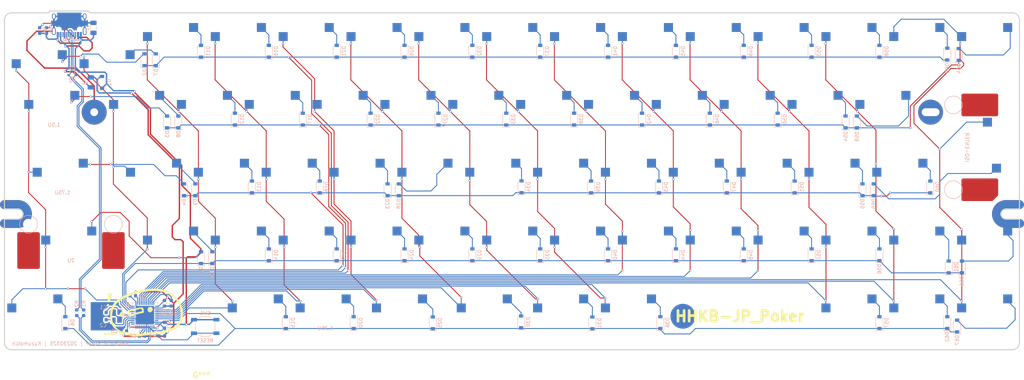
<source format=kicad_pcb>
(kicad_pcb (version 20211014) (generator pcbnew)
  (layers (0 "F.Cu" signal) (31 "B.Cu" signal) (34 "B.Paste" user) (35 "F.Paste" user) (36 "B.SilkS" user "B.Silkscreen") (37 "F.SilkS" user "F.Silkscreen") (38 "B.Mask" user) (39 "F.Mask" user) (44 "Edge.Cuts" user))
  (net 0 "")
  (net 1 "COL6")
  (net 2 "+5V")
  (net 3 "COL7")
  (net 4 "COL0")
  (net 5 "ROW0")
  (net 6 "Net-(D2-Pad2)")
  (net 7 "ROW1")
  (net 8 "Net-(D3-Pad2)")
  (net 9 "Net-(D4-Pad2)")
  (net 10 "Net-(D5-Pad2)")
  (net 11 "Net-(D6-Pad2)")
  (net 12 "Net-(D7-Pad2)")
  (net 13 "Net-(D8-Pad2)")
  (net 14 "Net-(D9-Pad2)")
  (net 15 "Net-(D11-Pad2)")
  (net 16 "Net-(D12-Pad2)")
  (net 17 "Net-(D13-Pad2)")
  (net 18 "Net-(D14-Pad2)")
  (net 19 "Net-(D15-Pad2)")
  (net 20 "Net-(D16-Pad2)")
  (net 21 "ROW2")
  (net 22 "Net-(D17-Pad2)")
  (net 23 "ROW3")
  (net 24 "Net-(D18-Pad2)")
  (net 25 "Net-(D19-Pad2)")
  (net 26 "Net-(D20-Pad2)")
  (net 27 "Net-(D21-Pad2)")
  (net 28 "Net-(D22-Pad2)")
  (net 29 "Net-(D23-Pad2)")
  (net 30 "Net-(D24-Pad2)")
  (net 31 "Net-(D25-Pad2)")
  (net 32 "Net-(D26-Pad2)")
  (net 33 "Net-(D27-Pad2)")
  (net 34 "Net-(D28-Pad2)")
  (net 35 "Net-(D29-Pad2)")
  (net 36 "Net-(D33-Pad2)")
  (net 37 "Net-(D34-Pad2)")
  (net 38 "ROW4")
  (net 39 "Net-(C1-Pad1)")
  (net 40 "Net-(D36-Pad2)")
  (net 41 "Net-(D38-Pad2)")
  (net 42 "Net-(D39-Pad2)")
  (net 43 "Net-(D40-Pad2)")
  (net 44 "Net-(D41-Pad2)")
  (net 45 "Net-(D42-Pad2)")
  (net 46 "Net-(D44-Pad2)")
  (net 47 "Net-(D45-Pad2)")
  (net 48 "Net-(D46-Pad2)")
  (net 49 "Net-(D47-Pad2)")
  (net 50 "Net-(D49-Pad2)")
  (net 51 "Net-(D50-Pad2)")
  (net 52 "Net-(D51-Pad2)")
  (net 53 "Net-(D54-Pad2)")
  (net 54 "Net-(D55-Pad2)")
  (net 55 "Net-(D56-Pad2)")
  (net 56 "Net-(D57-Pad2)")
  (net 57 "Net-(D59-Pad2)")
  (net 58 "Net-(D60-Pad2)")
  (net 59 "Net-(D61-Pad2)")
  (net 60 "Net-(D62-Pad2)")
  (net 61 "Net-(D63-Pad2)")
  (net 62 "Net-(D65-Pad2)")
  (net 63 "Net-(D66-Pad2)")
  (net 64 "Net-(D67-Pad2)")
  (net 65 "Net-(C2-Pad1)")
  (net 66 "Net-(C3-Pad2)")
  (net 67 "Net-(D32-Pad2)")
  (net 68 "Net-(D35-Pad2)")
  (net 69 "COL1")
  (net 70 "COL2")
  (net 71 "COL5")
  (net 72 "COL3")
  (net 73 "COL4")
  (net 74 "COL8")
  (net 75 "GND")
  (net 76 "D-")
  (net 77 "D+")
  (net 78 "COL9")
  (net 79 "COL10")
  (net 80 "COL11")
  (net 81 "COL12")
  (net 82 "COL13")
  (net 83 "Net-(D30-Pad2)")
  (net 84 "Net-(D31-Pad2)")
  (net 85 "Net-(D52-Pad2)")
  (net 86 "Net-(D48-Pad2)")
  (net 87 "Net-(D53-Pad2)")
  (net 88 "Net-(D58-Pad2)")
  (net 89 "Net-(R4-Pad2)")
  (net 90 "Net-(D37-Pad2)")
  (net 91 "Net-(D43-Pad2)")
  (net 95 "Net-(D64-Pad2)")
  (net 96 "Net-(R3-Pad1)")
  (net 97 "Net-(D10-Pad2)")
  (net 98 "VCC")
  (net 99 "Earth")
  (net 100 "Net-(R5-Pad2)")
  (net 101 "Net-(R6-Pad2)")
  (net 104 "USB+")
  (net 105 "USB-")
  (footprint "MX_Only:MXOnly-1U-Hotswap" (layer "F.Cu") (at 324.64375 238.91875)
    (fp_text reference "K_.1")
    (fp_text value "MX-NoLED")
  )
  (footprint "MX_Only:MXOnly-1U-Hotswap" (layer "F.Cu") (at 305.59375 238.91875)
    (fp_text reference "K_,1")
    (fp_text value "MX-NoLED")
  )
  (footprint "MX_Only:MXOnly-1U-Hotswap" (layer "F.Cu") (at 153.19375 181.76875 180)
    (fp_text reference "K_#1")
    (fp_text value "MX-NoLED")
  )
  (footprint "MX_Only:MXOnly-1U-Hotswap" (layer "F.Cu") (at 172.24375 181.76875)
    (fp_text reference "K_#2")
    (fp_text value "MX-NoLED")
  )
  (footprint "MX_Only:MXOnly-1U-Hotswap" (layer "F.Cu") (at 191.29375 181.76875)
    (fp_text reference "K_#3")
    (fp_text value "MX-NoLED")
  )
  (footprint "MX_Only:MXOnly-1U-Hotswap" (layer "F.Cu") (at 210.34375 181.76875)
    (fp_text reference "K_#4")
    (fp_text value "MX-NoLED")
  )
  (footprint "MX_Only:MXOnly-1U-Hotswap" (layer "F.Cu") (at 229.39375 181.76875)
    (fp_text reference "K_#5")
    (fp_text value "MX-NoLED")
  )
  (footprint "MX_Only:MXOnly-1U-Hotswap" (layer "F.Cu") (at 248.44375 181.76875)
    (fp_text reference "K_#6")
    (fp_text value "MX-NoLED")
  )
  (footprint "MX_Only:MXOnly-1U-Hotswap" (layer "F.Cu") (at 267.49375 181.76875)
    (fp_text reference "K_#7")
    (fp_text value "MX-NoLED")
  )
  (footprint "MX_Only:MXOnly-1U-Hotswap" (layer "F.Cu") (at 286.54375 181.76875)
    (fp_text reference "K_#8")
    (fp_text value "MX-NoLED")
  )
  (footprint "MX_Only:MXOnly-1U-Hotswap" (layer "F.Cu") (at 305.59375 181.76875)
    (fp_text reference "K_#9")
    (fp_text value "MX-NoLED")
  )
  (footprint "MX_Only:MXOnly-1U-Hotswap" (layer "F.Cu") (at 324.64375 181.76875)
    (fp_text reference "K_#0_1")
    (fp_text value "MX-NoLED")
  )
  (footprint "MX_Only:MXOnly-1U-Hotswap" (layer "F.Cu") (at 357.98125 219.86875)
    (fp_text reference "K_:1")
    (fp_text value "MX-NoLED")
  )
  (footprint "MX_Only:MXOnly-1U-Hotswap" (layer "F.Cu") (at 343.69375 181.76875)
    (fp_text reference "K_-1")
    (fp_text value "MX-NoLED")
  )
  (footprint "MX_Only:MXOnly-1U-Hotswap" (layer "F.Cu") (at 343.69375 238.91875)
    (fp_text reference "K_/1")
    (fp_text value "MX-NoLED")
  )
  (footprint "MX_Only:MXOnly-1U-Hotswap" (layer "F.Cu") (at 338.93125 219.86875)
    (fp_text reference "K_;1")
    (fp_text value "MX-NoLED")
  )
  (footprint "MX_Only:MXOnly-1U-Hotswap" (layer "F.Cu") (at 353.21875 200.81875)
    (fp_text reference "K_@1")
    (fp_text value "MX-NoLED")
  )
  (footprint "MX_Only:MXOnly-1U-Hotswap" (layer "F.Cu") (at 377.03125 219.86875)
    (fp_text reference "K_]1")
    (fp_text value "MX-NoLED")
  )
  (footprint "MX_Only:MXOnly-1U-Hotswap" (layer "F.Cu") (at 372.26875 200.81875)
    (fp_text reference "K_[1")
    (fp_text value "MX-NoLED")
  )
  (footprint "MX_Only:MXOnly-1U-Hotswap" (layer "F.Cu") (at 167.48125 219.86875)
    (fp_text reference "K_A1")
    (fp_text value "MX-NoLED")
  )
  (footprint "MX_Only:MXOnly-1U-Hotswap" (layer "F.Cu") (at 248.44375 238.91875)
    (fp_text reference "K_B1")
    (fp_text value "MX-NoLED")
  )
  (footprint "MX_Only:MXOnly-1U-Hotswap" (layer "F.Cu") (at 381.79375 181.76875)
    (fp_text reference "K_YEN1")
    (fp_text value "MX-NoLED")
  )
  (footprint "MX_Only:MXOnly-1U-Hotswap" (layer "F.Cu") (at 210.34375 238.91875)
    (fp_text reference "K_C1")
    (fp_text value "MX-NoLED")
  )
  (footprint "MX_Only:MXOnly-1U-Hotswap" (layer "F.Cu") (at 205.58125 219.86875)
    (fp_text reference "K_D1")
    (fp_text value "MX-NoLED")
  )
  (footprint "MX_Only:MXOnly-1U-Hotswap" (layer "F.Cu") (at 200.81875 200.81875)
    (fp_text reference "K_E1")
    (fp_text value "MX-NoLED")
  )
  (footprint "MX_Only:MXOnly-ISO-ROTATED-Hotswap" (layer "F.Cu") (at 398.4625 210.34375)
    (fp_text reference "K_ENTER1")
    (fp_text value "MX-NoLED")
  )
  (footprint "MX_Only:MXOnly-1U-Hotswap" (layer "F.Cu") (at 224.63125 219.86875)
    (fp_text reference "K_F1")
    (fp_text value "MX-NoLED")
  )
  (footprint "MX_Only:MXOnly-1U-Hotswap" (layer "F.Cu") (at 243.68125 219.86875)
    (fp_text reference "K_G1")
    (fp_text value "MX-NoLED")
  )
  (footprint "MX_Only:MXOnly-1U-Hotswap" (layer "F.Cu") (at 134.14375 181.76875 180)
    (fp_text reference "K_ESC1")
    (fp_text value "MX-NoLED")
  )
  (footprint "MX_Only:MXOnly-1U-Hotswap" (layer "F.Cu") (at 262.73125 219.86875)
    (fp_text reference "K_H1")
    (fp_text value "MX-NoLED")
  )
  (footprint "MX_Only:MXOnly-1U-Hotswap" (layer "F.Cu") (at 296.06875 200.81875)
    (fp_text reference "K_I1")
    (fp_text value "MX-NoLED")
  )
  (footprint "MX_Only:MXOnly-1U-Hotswap" (layer "F.Cu") (at 281.78125 219.86875)
    (fp_text reference "K_J1")
    (fp_text value "MX-NoLED")
  )
  (footprint "MX_Only:MXOnly-1U-Hotswap" (layer "F.Cu") (at 300.83125 219.86875)
    (fp_text reference "K_K1")
    (fp_text value "MX-NoLED")
  )
  (footprint "MX_Only:MXOnly-1U-Hotswap" (layer "F.Cu") (at 319.88125 219.86875)
    (fp_text reference "K_L1")
    (fp_text value "MX-NoLED")
  )
  (footprint "MX_Only:MXOnly-1U-Hotswap" (layer "F.Cu") (at 196.05625 257.96875)
    (fp_text reference "K_LALT1")
    (fp_text value "MX-NoLED")
  )
  (footprint "MX_Only:MXOnly-1U-Hotswap" (layer "F.Cu") (at 134.14375 257.96875)
    (fp_text reference "K_LCTRL1")
    (fp_text value "MX-NoLED")
  )
  (footprint "MX_Only:MXOnly-2U-Hotswap" (layer "F.Cu") (at 143.66875 238.91875)
    (fp_text reference "K_LSFT1")
    (fp_text value "MX-NoLED")
  )
  (footprint "MX_Only:MXOnly-1U-Hotswap" (layer "F.Cu") (at 286.54375 238.91875)
    (fp_text reference "K_M1")
    (fp_text value "MX-NoLED")
  )
  (footprint "MX_Only:MXOnly-1U-Hotswap" (layer "F.Cu") (at 267.49375 238.91875)
    (fp_text reference "K_N1")
    (fp_text value "MX-NoLED")
  )
  (footprint "MX_Only:MXOnly-1U-Hotswap" (layer "F.Cu") (at 315.11875 200.81875)
    (fp_text reference "K_O1")
    (fp_text value "MX-NoLED")
  )
  (footprint "MX_Only:MXOnly-1U-Hotswap" (layer "F.Cu") (at 334.16875 200.81875)
    (fp_text reference "K_P1")
    (fp_text value "MX-NoLED")
  )
  (footprint "MX_Only:MXOnly-1U-Hotswap" (layer "F.Cu") (at 219.86875 200.81875)
    (fp_text reference "K_R1")
    (fp_text value "MX-NoLED")
  )
  (footprint "MX_Only:MXOnly-1U-Hotswap" (layer "F.Cu") (at 362.74375 257.96875)
    (fp_text reference "K_LEFT1")
    (fp_text value "MX-NoLED")
  )
  (footprint "MX_Only:MXOnly-1U-Hotswap" (layer "F.Cu") (at 400.84375 257.96875)
    (fp_text reference "K_RIGHT1")
    (fp_text value "MX-NoLED")
  )
  (footprint "MX_Only:MXOnly-1U-Hotswap" (layer "F.Cu") (at 400.84375 238.91875)
    (fp_text reference "K_RSFT1")
    (fp_text value "MX-NoLED")
  )
  (footprint "MX_Only:MXOnly-1U-Hotswap" (layer "F.Cu") (at 186.53125 219.86875)
    (fp_text reference "K_S1")
    (fp_text value "MX-NoLED")
  )
  (footprint "MX_Only:MXOnly-1U-Hotswap" (layer "F.Cu") (at 238.91875 200.81875)
    (fp_text reference "K_T1")
    (fp_text value "MX-NoLED")
  )
  (footprint "MX_Only:MXOnly-1.5U-Hotswap" (layer "F.Cu") (at 138.90625 200.81875)
    (fp_text reference "K_TAB1")
    (fp_text value "MX-NoLED")
  )
  (footprint "MX_Only:MXOnly-1U-Hotswap" (layer "F.Cu") (at 277.01875 200.81875)
    (fp_text reference "K_U1")
    (fp_text value "MX-NoLED")
  )
  (footprint "MX_Only:MXOnly-1U-Hotswap" (layer "F.Cu") (at 229.39375 238.91875)
    (fp_text reference "K_V1")
    (fp_text value "MX-NoLED")
  )
  (footprint "MX_Only:MXOnly-1U-Hotswap" (layer "F.Cu") (at 191.29375 238.91875)
    (fp_text reference "K_X1")
    (fp_text value "MX-NoLED")
  )
  (footprint "MX_Only:MXOnly-1U-Hotswap" (layer "F.Cu") (at 257.96875 200.81875)
    (fp_text reference "K_Y1")
    (fp_text value "MX-NoLED")
  )
  (footprint "MX_Only:MXOnly-1U-Hotswap" (layer "F.Cu") (at 172.24375 238.91875)
    (fp_text reference "K_Z1")
    (fp_text value "MX-NoLED")
  )
  (footprint "MX_Only:MXOnly-1U-Hotswap" (layer "F.Cu") (at 381.79375 257.96875)
    (fp_text reference "K_DOWN1")
    (fp_text value "MX-NoLED")
  )
  (footprint "MX_Only:MXOnly-1U-Hotswap" (layer "F.Cu") (at 362.74375 238.91875)
    (fp_text reference "K_BKSL1")
    (fp_text value "MX-NoLED")
  )
  (footprint "MX_Only:MXOnly-1U-Hotswap" (layer "F.Cu") (at 400.84375 181.76875)
    (fp_text reference "K_BKSPC1")
    (fp_text value "MX-NoLED")
  )
  (footprint "MX_Only:MXOnly-1U-Hotswap" (layer "F.Cu") (at 181.76875 200.81875)
    (fp_text reference "K_W1")
    (fp_text value "MX-NoLED")
  )
  (footprint "MX_Only:MXOnly-1U-Hotswap" (layer "F.Cu") (at 162.71875 200.81875)
    (fp_text reference "K_Q1")
    (fp_text value "MX-NoLED")
  )
  (footprint "MX_Only:MXOnly-1.75U-Hotswap" (layer "F.Cu") (at 141.2875 219.86875)
    (fp_text reference "K_CAPS1")
    (fp_text value "MX-LED")
  )
  (footprint "MX_Only:MXOnly-1U-Hotswap" (layer "F.Cu") (at 215.10625 257.96875)
    (fp_text reference "K_NHENK1")
    (fp_text value "MX-NoLED")
  )
  (footprint "locallib:60_Outline-Modded-Extreme-deleteCenterHole" (layer "F.Cu") (at 267.49375 219.86875)
    (fp_text reference "REF**" hide)
    (fp_text value "60_Outline" hide)
    (fp_line (start 142.5 10.6) (end 142.5 45.3) (layer "Edge.Cuts") (width 0.3))
    (fp_line (start -140.5 -47.3) (end -130.3 -47.3) (layer "Edge.Cuts") (width 0.3))
    (fp_line (start -142.5 45.3) (end -142.5 10.6) (layer "Edge.Cuts") (width 0.3))
    (fp_line (start 138.7 7.8) (end 142.5 7.8) (layer "Edge.Cuts") (width 0.3))
    (fp_line (start -142.5 10.6) (end -138.7 10.6) (layer "Edge.Cuts") (width 0.3))
    (fp_line (start -129.8 -47.8) (end -118.8 -47.8) (layer "Edge.Cuts") (width 0.3))
    (fp_line (start 140.5 -47.3) (end -118.3 -47.3) (layer "Edge.Cuts") (width 0.3))
    (fp_line (start -140.5 47.3) (end 140.5 47.3) (layer "Edge.Cuts") (width 0.3))
    (fp_line (start 142.5 7.8) (end 142.5 -45.3) (layer "Edge.Cuts") (width 0.3))
    (fp_line (start 138.7 10.6) (end 142.5 10.6) (layer "Edge.Cuts") (width 0.3))
    (fp_line (start -142.5 7.8) (end -142.5 -45.3) (layer "Edge.Cuts") (width 0.3))
    (fp_line (start -138.7 7.8) (end -142.5 7.8) (layer "Edge.Cuts") (width 0.3))
    (fp_arc (start -140.5 47.3) (mid -141.914214 46.714214) (end -142.5 45.3) (layer "Edge.Cuts") (width 0.3))
    (fp_arc (start -118.3 -47.3) (mid -118.653553 -47.446447) (end -118.8 -47.8) (layer "Edge.Cuts") (width 0.3))
    (fp_arc (start 138.7 10.6) (mid 137.710051 10.189949) (end 137.3 9.2) (layer "Edge.Cuts") (width 0.3))
    (fp_arc (start 142.5 45.3) (mid 141.914214 46.714214) (end 140.5 47.3) (layer "Edge.Cuts") (width 0.3))
    (fp_arc (start -142.5 -45.3) (mid -141.914214 -46.714214) (end -140.5 -47.3) (layer "Edge.Cuts") (width 0.3))
    (fp_arc (start -137.3 9.2) (mid -137.710051 10.189949) (end -138.7 10.6) (layer "Edge.Cuts") (width 0.3))
    (fp_arc (start 140.5 -47.3) (mid 141.914214 -46.714214) (end 142.5 -45.3) (layer "Edge.Cuts") (width 0.3))
    (fp_arc (start -129.8 -47.8) (mid -129.946447 -47.446447) (end -130.3 -47.3) (layer "Edge.Cuts") (width 0.3))
    (fp_arc (start 137.3 9.2) (mid 137.710051 8.210051) (end 138.7 7.8) (layer "Edge.Cuts") (width 0.3))
    (fp_arc (start -138.7 7.8) (mid -137.710051 8.210051) (end -137.3 9.2) (layer "Edge.Cuts") (width 0.3))
  )
  (footprint "MX_Only:MXOnly-1U-Hotswap" (layer "F.Cu") (at 362.74375 181.76875)
    (fp_text reference "K_=1")
    (fp_text value "MX-NoLED")
  )
  (footprint "MX_Only:MXOnly-1U-Hotswap" (layer "F.Cu") (at 281.78125 257.96875)
    (fp_text reference "K_HENK1")
    (fp_text value "MX-NoLED")
  )
  (footprint "kuzumotch_icon:kuzumotch_icon" (layer "F.Cu") (at 163.83 256.54)
    (fp_text reference "G***")
    (fp_text value "LOGO" hide)
  )
  (footprint "MX_Only:MXOnly-1U-Hotswap" (layer "F.Cu") (at 300.83125 257.96875)
    (fp_text reference "K_WIN1")
    (fp_text value "MX-NoLED")
  )
  (footprint "MX_Only:MXOnly-1U-Hotswap" (layer "F.Cu") (at 381.79375 238.91875)
    (fp_text reference "K_UP1")
    (fp_text value "MX-NoLED")
  )
  (footprint "MX_Only:MXOnly-1.25U-Hotswap" (layer "F.Cu") (at 260.35 257.96875)
    (fp_text reference "K_RSPACE1")
    (fp_text value "MX-NoLED")
  )
  (footprint "MX_Only:MXOnly-1.25U-Hotswap" (layer "F.Cu") (at 236.5375 257.96875)
    (fp_text reference "K_LSPACE1")
    (fp_text value "MX-NoLED")
  )
  (footprint "Diode_SMD:D_SOD-123" (layer "B.Cu") (at 164.30625 185.7375 90)
    (fp_text reference "D2")
    (fp_text value "SOD-123")
  )
  (footprint "Diode_SMD:D_SOD-123" (layer "B.Cu") (at 170.65625 203.2 90)
    (fp_text reference "D3")
    (fp_text value "SOD-123")
  )
  (footprint "Diode_SMD:D_SOD-123" (layer "B.Cu") (at 175.41875 222.25 90)
    (fp_text reference "D4")
    (fp_text value "SOD-123")
  )
  (footprint "Diode_SMD:D_SOD-123" (layer "B.Cu") (at 180.18125 241.3 90)
    (fp_text reference "D5")
    (fp_text value "SOD-123")
  )
  (footprint "Diode_SMD:D_SOD-123" (layer "B.Cu") (at 142.08125 259.55625 90)
    (fp_text reference "D6")
    (fp_text value "SOD-123")
  )
  (footprint "Diode_SMD:D_SOD-123" (layer "B.Cu") (at 173.83125 203.2 90)
    (fp_text reference "D8")
    (fp_text value "SOD-123")
  )
  (footprint "Diode_SMD:D_SOD-123" (layer "B.Cu") (at 180.18125 183.35625 90)
    (fp_text reference "D11")
    (fp_text value "SOD-123")
  )
  (footprint "Diode_SMD:D_SOD-123" (layer "B.Cu") (at 194.46875 221.45625 90)
    (fp_text reference "D13")
    (fp_text value "SOD-123")
  )
  (footprint "Diode_SMD:D_SOD-123" (layer "B.Cu") (at 183.35625 241.3 90)
    (fp_text reference "D10")
    (fp_text value "SOD-123")
  )
  (footprint "Diode_SMD:D_SOD-123" (layer "B.Cu") (at 203.99375 259.55625 90)
    (fp_text reference "D15")
    (fp_text value "SOD-123")
  )
  (footprint "Diode_SMD:D_SOD-123" (layer "B.Cu") (at 199.23125 183.35625 90)
    (fp_text reference "D16")
    (fp_text value "SOD-123")
  )
  (footprint "Diode_SMD:D_SOD-123" (layer "B.Cu") (at 208.75625 202.40625 90)
    (fp_text reference "D17")
    (fp_text value "SOD-123")
  )
  (footprint "Diode_SMD:D_SOD-123" (layer "B.Cu") (at 213.51875 221.45625 90)
    (fp_text reference "D18")
    (fp_text value "SOD-123")
  )
  (footprint "Diode_SMD:D_SOD-123" (layer "B.Cu") (at 199.23125 240.50625 90)
    (fp_text reference "D14")
    (fp_text value "SOD-123")
  )
  (footprint "Diode_SMD:D_SOD-123" (layer "B.Cu") (at 218.28125 183.35625 90)
    (fp_text reference "D21")
    (fp_text value "SOD-123")
  )
  (footprint "Diode_SMD:D_SOD-123" (layer "B.Cu") (at 227.80625 202.40625 90)
    (fp_text reference "D22")
    (fp_text value "SOD-123")
  )
  (footprint "Diode_SMD:D_SOD-123" (layer "B.Cu") (at 232.56875 222.25 90)
    (fp_text reference "D23")
    (fp_text value "SOD-123")
  )
  (footprint "Diode_SMD:D_SOD-123" (layer "B.Cu") (at 218.28125 240.50625 90)
    (fp_text reference "D19")
    (fp_text value "SOD-123")
  )
  (footprint "Diode_SMD:D_SOD-123" (layer "B.Cu") (at 237.33125 183.35625 90)
    (fp_text reference "D26")
    (fp_text value "SOD-123")
  )
  (footprint "Diode_SMD:D_SOD-123" (layer "B.Cu") (at 246.85625 202.40625 90)
    (fp_text reference "D27")
    (fp_text value "SOD-123")
  )
  (footprint "Diode_SMD:D_SOD-123" (layer "B.Cu") (at 237.33125 240.50625 90)
    (fp_text reference "D24")
    (fp_text value "SOD-123")
  )
  (footprint "Diode_SMD:D_SOD-123" (layer "B.Cu") (at 256.38125 183.35625 90)
    (fp_text reference "D32")
    (fp_text value "SOD-123")
  )
  (footprint "Diode_SMD:D_SOD-123" (layer "B.Cu") (at 265.90625 202.40625 90)
    (fp_text reference "D33")
    (fp_text value "SOD-123")
  )
  (footprint "Diode_SMD:D_SOD-123" (layer "B.Cu") (at 270.183 221.411 90)
    (fp_text reference "D34")
    (fp_text value "SOD-123")
  )
  (footprint "Diode_SMD:D_SOD-123" (layer "B.Cu") (at 256.38125 240.50625 90)
    (fp_text reference "D29")
    (fp_text value "SOD-123")
  )
  (footprint "Diode_SMD:D_SOD-123" (layer "B.Cu") (at 275.43125 183.35625 90)
    (fp_text reference "D37")
    (fp_text value "SOD-123")
  )
  (footprint "Diode_SMD:D_SOD-123" (layer "B.Cu") (at 284.95625 202.40625 90)
    (fp_text reference "D38")
    (fp_text value "SOD-123")
  )
  (footprint "Diode_SMD:D_SOD-123" (layer "B.Cu") (at 289.71875 221.45625 90)
    (fp_text reference "D39")
    (fp_text value "SOD-123")
  )
  (footprint "Diode_SMD:D_SOD-123" (layer "B.Cu") (at 275.43125 240.50625 90)
    (fp_text reference "D35")
    (fp_text value "SOD-123")
  )
  (footprint "Diode_SMD:D_SOD-123" (layer "B.Cu") (at 294.48125 183.35625 90)
    (fp_text reference "D41")
    (fp_text value "SOD-123")
  )
  (footprint "Diode_SMD:D_SOD-123" (layer "B.Cu") (at 304.00625 202.40625 90)
    (fp_text reference "D42")
    (fp_text value "SOD-123")
  )
  (footprint "Diode_SMD:D_SOD-123" (layer "B.Cu") (at 308.76875 221.45625 90)
    (fp_text reference "D43")
    (fp_text value "SOD-123")
  )
  (footprint "Diode_SMD:D_SOD-123" (layer "B.Cu") (at 294.48125 240.50625 90)
    (fp_text reference "D40")
    (fp_text value "SOD-123")
  )
  (footprint "Diode_SMD:D_SOD-123" (layer "B.Cu") (at 313.53125 183.35625 90)
    (fp_text reference "D45")
    (fp_text value "SOD-123")
  )
  (footprint "Diode_SMD:D_SOD-123" (layer "B.Cu") (at 323.05625 202.40625 90)
    (fp_text reference "D46")
    (fp_text value "SOD-123")
  )
  (footprint "Diode_SMD:D_SOD-123" (layer "B.Cu") (at 327.81875 221.45625 90)
    (fp_text reference "D47")
    (fp_text value "SOD-123")
  )
  (footprint "Diode_SMD:D_SOD-123" (layer "B.Cu") (at 313.53125 240.50625 90)
    (fp_text reference "D44")
    (fp_text value "SOD-123")
  )
  (footprint "Diode_SMD:D_SOD-123" (layer "B.Cu") (at 332.58125 183.35625 90)
    (fp_text reference "D49")
    (fp_text value "SOD-123")
  )
  (footprint "Diode_SMD:D_SOD-123" (layer "B.Cu") (at 342.10625 202.40625 90)
    (fp_text reference "D50")
    (fp_text value "SOD-123")
  )
  (footprint "Diode_SMD:D_SOD-123" (layer "B.Cu") (at 346.86875 221.45625 90)
    (fp_text reference "D51")
    (fp_text value "SOD-123")
  )
  (footprint "Diode_SMD:D_SOD-123" (layer "B.Cu") (at 332.58125 240.50625 90)
    (fp_text reference "D48")
    (fp_text value "SOD-123")
  )
  (footprint "Diode_SMD:D_SOD-123" (layer "B.Cu") (at 351.63125 183.35625 90)
    (fp_text reference "D53")
    (fp_text value "SOD-123")
  )
  (footprint "Diode_SMD:D_SOD-123" (layer "B.Cu") (at 361.15625 203.2 90)
    (fp_text reference "D54")
    (fp_text value "SOD-123")
  )
  (footprint "Diode_SMD:D_SOD-123" (layer "B.Cu") (at 365.91875 222.25 90)
    (fp_text reference "D55")
    (fp_text value "SOD-123")
  )
  (footprint "Diode_SMD:D_SOD-123" (layer "B.Cu") (at 351.63125 240.50625 90)
    (fp_text reference "D52")
    (fp_text value "SOD-123")
  )
  (footprint "Diode_SMD:D_SOD-123" (layer "B.Cu") (at 370.68125 259.55625 90)
    (fp_text reference "D57")
    (fp_text value "SOD-123")
  )
  (footprint "Diode_SMD:D_SOD-123" (layer "B.Cu") (at 364.33125 203.2 90)
    (fp_text reference "D59")
    (fp_text value "SOD-123")
  )
  (footprint "Diode_SMD:D_SOD-123" (layer "B.Cu") (at 393.84375 243.91875 90)
    (fp_text reference "D66")
    (fp_text value "SOD-123")
  )
  (footprint "Diode_SMD:D_SOD-123" (layer "B.Cu") (at 384.96875 221.45625 90)
    (fp_text reference "D60")
    (fp_text value "SOD-123")
  )
  (footprint "Diode_SMD:D_SOD-123" (layer "B.Cu") (at 369.09375 222.25 90)
    (fp_text reference "D65")
    (fp_text value "SOD-123")
  )
  (footprint "Diode_SMD:D_SOD-123" (layer "B.Cu") (at 392.509375 260.50625 90)
    (fp_text reference "D67")
    (fp_text value "SOD-123")
  )
  (footprint "Diode_SMD:D_SOD-123" (layer "B.Cu") (at 389.73125 184.15 90)
    (fp_text reference "D63")
    (fp_text value "SOD-123")
  )
  (footprint "Diode_SMD:D_SOD-123" (layer "B.Cu") (at 370.68125 183.35625 90)
    (fp_text reference "D58")
    (fp_text value "SOD-123")
  )
  (footprint "Diode_SMD:D_SOD-123" (layer "B.Cu") (at 392.938 184.25 90)
    (fp_text reference "D64")
    (fp_text value "SOD-123")
  )
  (footprint "Diode_SMD:D_SOD-123" (layer "B.Cu") (at 370.68125 240.50625 90)
    (fp_text reference "D56")
    (fp_text value "SOD-123")
  )
  (footprint "Diode_SMD:D_SOD-123" (layer "B.Cu") (at 389.73125 259.55625 90)
    (fp_text reference "D62")
    (fp_text value "SOD-123")
  )
  (footprint "Resistor_SMD:R_0603_1608Metric" (layer "B.Cu") (at 171.823875 254.11825 90)
    (fp_text reference "R6")
    (fp_text value "1k")
  )
  (footprint "Capacitor_SMD:C_0603_1608Metric" (layer "B.Cu") (at 161.028875 252.02275 180)
    (fp_text reference "C4")
    (fp_text value "0.1uF")
  )
  (footprint "Resistor_SMD:R_0603_1608Metric" (layer "B.Cu") (at 169.169575 263.3321)
    (fp_text reference "R3")
    (fp_text value "10k")
  )
  (footprint "Button_Switch_SMD:SW_SPST_TL3342" (layer "B.Cu") (at 181.36475 260.632 180)
    (fp_text reference "SW1")
    (fp_text value "SW_Push")
  )
  (footprint "Diode_SMD:D_SOD-123" (layer "B.Cu") (at 189.70625 202.40625 90)
    (fp_text reference "D12")
    (fp_text value "SOD-123")
  )
  (footprint "Diode_SMD:D_SOD-123" (layer "B.Cu") (at 223.04375 259.55625 90)
    (fp_text reference "D20")
    (fp_text value "SOD-123")
  )
  (footprint "Diode_SMD:D_SOD-123" (layer "B.Cu") (at 235.74375 222.25 90)
    (fp_text reference "D28")
    (fp_text value "SOD-123")
  )
  (footprint "Diode_SMD:D_SOD-123" (layer "B.Cu") (at 178.59375 222.25 90)
    (fp_text reference "D9")
    (fp_text value "SOD-123")
  )
  (footprint "Diode_SMD:D_SOD-123" (layer "B.Cu") (at 152.4 192.0875 90)
    (fp_text reference "D1")
    (fp_text value "SMF6.0CA")
  )
  (footprint "Fuse:Fuse_1206_3216Metric" (layer "B.Cu") (at 149.225 192.0875 -90)
    (fp_text reference "F1")
    (fp_text value "Polyfuse_Small")
  )
  (footprint "Inductor_SMD:L_1206_3216Metric" (layer "B.Cu") (at 149.987 176.784 -90)
    (fp_text reference "L1")
    (fp_text value "60R@100MHz")
  )
  (footprint "Resistor_SMD:R_0603_1608Metric" (layer "B.Cu") (at 134.874 177.546 90)
    (fp_text reference "R4")
    (fp_text value "5.1k")
  )
  (footprint "Resistor_SMD:R_0603_1608Metric" (layer "B.Cu") (at 136.779 177.546 90)
    (fp_text reference "R5")
    (fp_text value "5.1k")
  )
  (footprint "random-keyboard-parts:SOT143B" (layer "B.Cu") (at 144.018 189.103 180)
    (fp_text reference "U2")
    (fp_text value "PRTR5V0U2X")
  )
  (footprint "Type-C:HRO-TYPE-C-31-M-12-Assembly" (layer "B.Cu") (at 143.1925 170.9674)
    (fp_text reference "USB1")
    (fp_text value "HRO-TYPE-C-31-M-12")
  )
  (footprint "Package_DFN_QFN:QFN-44-1EP_7x7mm_P0.5mm_EP5.2x5.2mm" (layer "B.Cu") (at 164.409375 257.46875 90)
    (fp_text reference "U1")
    (fp_text value "ATmega32U4-MU")
  )
  (footprint "Crystal:Crystal_SMD_3225-4Pin_3.2x2.5mm" (layer "B.Cu") (at 156.456875 257.73775 -90)
    (fp_text reference "Y1")
    (fp_text value "16MHz")
  )
  (footprint "Capacitor_SMD:C_0603_1608Metric" (layer "B.Cu") (at 152.773875 258.75375 180)
    (fp_text reference "C2")
    (fp_text value "22pF")
  )
  (footprint "Capacitor_SMD:C_0603_1608Metric" (layer "B.Cu") (at 169.918875 260.27775 90)
    (fp_text reference "C7")
    (fp_text value "10uF")
  )
  (footprint "Capacitor_SMD:C_0603_1608Metric" (layer "B.Cu") (at 169.918875 254.11825 -90)
    (fp_text reference "C5")
    (fp_text value "0.1uF")
  )
  (footprint "Capacitor_SMD:C_0603_1608Metric" (layer "B.Cu") (at 163.695875 263.32575 180)
    (fp_text reference "C3")
    (fp_text value "1uF")
  )
  (footprint "Capacitor_SMD:C_0603_1608Metric" (layer "B.Cu") (at 158.488875 261.92875 180)
    (fp_text reference "C6")
    (fp_text value "0.1uF")
  )
  (footprint "Capacitor_SMD:C_0603_1608Metric" (layer "B.Cu") (at 152.773875 256.72175 180)
    (fp_text reference "C1")
    (fp_text value "22pF")
  )
  (footprint "Diode_SMD:D_SOD-123" (layer "B.Cu") (at 167.48125 185.7375 90)
    (fp_text reference "D7")
    (fp_text value "SOD-123")
  )
  (footprint "Resistor_SMD:R_0603_1608Metric" (layer "B.Cu") (at 147.236336 256.788664 90)
    (fp_text reference "R1")
    (fp_text value "22")
  )
  (footprint "Resistor_SMD:R_0603_1608Metric" (layer "B.Cu") (at 145.299586 256.788664 90)
    (fp_text reference "R2")
    (fp_text value "22")
  )
  (footprint "Diode_SMD:D_SOD-123" (layer "B.Cu") (at 390.128125 243.91875 90)
    (fp_text reference "D61")
    (fp_text value "SOD-123")
  )
  (footprint "Diode_SMD:D_SOD-123" (layer "B.Cu") (at 245.26875 259.61875 90)
    (fp_text reference "D25")
    (fp_text value "SOD-123")
  )
  (footprint "Diode_SMD:D_SOD-123" (layer "B.Cu") (at 309.165625 259.55 90)
    (fp_text reference "D36")
    (fp_text value "SOD-123")
  )
  (footprint "Diode_SMD:D_SOD-123" (layer "B.Cu") (at 290.075 259.63125 90)
    (fp_text reference "D31")
    (fp_text value "SOD-123")
  )
  (footprint "Diode_SMD:D_SOD-123" (layer "B.Cu") (at 270.075 259.35 90)
    (fp_text reference "D30")
    (fp_text value "SOD-123")
  )
  (gr_circle (center 391.4375 198.4375) (end 393.9375 198.4375) (layer "B.SilkS") (width 0.15) (fill none))
  (gr_circle (center 391.4375 222.25) (end 393.9375 222.25) (layer "B.SilkS") (width 0.15) (fill none))
  (gr_circle (center 167.759875 261.61125) (end 167.982125 261.61125) (layer "B.SilkS") (width 0.15) (fill none))
  (gr_circle (center 131.75615 231.9274) (end 134.25615 231.9274) (layer "B.SilkS") (width 0.15) (fill none))
  (gr_circle (center 155.58135 231.9274) (end 158.08135 231.9274) (layer "B.SilkS") (width 0.15) (fill none))
  (gr_text "2U" (at 143.66875 242.09375) (layer "B.SilkS") (effects (font (size 1 1)) (justify mirror)))
  (gr_text "ISO-ENTER" (at 395.2875 210.34375 270) (layer "B.SilkS") (effects (font (size 1 1)) (justify mirror)))
  (gr_text "1.5U" (at 138.90625 203.99375) (layer "B.SilkS") (effects (font (size 1 1)) (justify mirror)))
  (gr_text "HHKB-JP_Poker | 20230325 | Kuzumotch" (at 143.51 265.43) (layer "B.SilkS") (effects (font (size 1 1)) (justify mirror)))
  (gr_text "1.75U" (at 141.2875 223.04375) (layer "B.SilkS") (effects (font (size 1 1)) (justify mirror)))
  (gr_text "1.25U" (at 215.10625 261.14375) (layer "B.SilkS") (effects (font (size 1 1)) (justify mirror)))
  (gr_text "RESET" (at 181.36475 264.60075) (layer "B.SilkS") (effects (font (size 1 1)) (justify mirror)))
  (gr_text "HHKB-JP_Poker" (at 331.47 257.81) (layer "F.SilkS") (effects (font (size 3 3) (thickness 0.75))))
  (segment (start 260.38175 231.17175) (end 260.38175 238.34725) (width 0.254) (layer "F.Cu") (net 1))
  (segment (start 260.4135 238.379) (end 260.4135 239.2385) (width 0.254) (layer "F.Cu") (net 1))
  (segment (start 274.06375 252.88875) (end 274.73275 252.88875) (width 0.254) (layer "F.Cu") (net 1))
  (segment (start 260.4135 239.2385) (end 274.06375 252.88875) (width 0.254) (layer "F.Cu") (net 1))
  (segment (start 241.3 191.389) (end 250.19 200.279) (width 0.254) (layer "F.Cu") (net 1))
  (segment (start 255.651 226.441) (end 260.38175 231.17175) (width 0.254) (layer "F.Cu") (net 1))
  (segment (start 255.651 219.71) (end 255.651 205.74) (width 0.254) (layer "F.Cu") (net 1))
  (segment (start 255.651 219.71) (end 255.651 226.441) (width 0.254) (layer "F.Cu") (net 1))
  (segment (start 255.651 205.74) (end 250.19 200.279) (width 0.254) (layer "F.Cu") (net 1))
  (segment (start 241.3 181.229) (end 241.3 181.991) (width 0.254) (layer "F.Cu") (net 1))
  (segment (start 241.3 181.991) (end 241.3 191.389) (width 0.254) (layer "F.Cu") (net 1))
  (segment (start 260.38175 238.34725) (end 260.4135 238.379) (width 0.254) (layer "F.Cu") (net 1))
  (via (at 250.19 200.279) (size 0.6) (drill 0.4) (layers "F.Cu" "B.Cu") (net 1))
  (via (at 241.3 181.229) (size 0.6) (drill 0.4) (layers "F.Cu" "B.Cu") (net 1))
  (via (at 255.651 219.71) (size 0.6) (drill 0.4) (layers "F.Cu" "B.Cu") (net 1))
  (via (at 274.73275 252.88875) (size 0.6) (drill 0.4) (layers "F.Cu" "B.Cu") (net 1))
  (via (at 260.4135 238.379) (size 0.6) (drill 0.4) (layers "F.Cu" "B.Cu") (net 1))
  (segment (start 271.188 249.313) (end 274.73275 252.85775) (width 0.254) (layer "B.Cu") (net 1))
  (segment (start 180.435612 249.313) (end 271.188 249.313) (width 0.254) (layer "B.Cu") (net 1))
  (segment (start 255.651 219.71) (end 255.651 217.3335) (width 0.254) (layer "B.Cu") (net 1))
  (segment (start 241.35875 181.17025) (end 241.3 181.229) (width 0.254) (layer "B.Cu") (net 1))
  (segment (start 241.35875 179.22875) (end 241.35875 181.17025) (width 0.254) (layer "B.Cu") (net 1))
  (segment (start 250.19 198.9725) (end 250.88375 198.27875) (width 0.254) (layer "B.Cu") (net 1))
  (segment (start 274.69625 252.92525) (end 274.69625 255.42875) (width 0.254) (layer "B.Cu") (net 1))
  (segment (start 250.19 200.279) (end 250.19 198.9725) (width 0.254) (layer "B.Cu") (net 1))
  (segment (start 260.4135 238.379) (end 260.4135 236.3835) (width 0.254) (layer "B.Cu") (net 1))
  (segment (start 255.651 217.3335) (end 255.64625 217.32875) (width 0.254) (layer "B.Cu") (net 1))
  (segment (start 167.746875 256.46875) (end 173.279863 256.46875) (width 0.254) (layer "B.Cu") (net 1))
  (segment (start 173.279863 256.46875) (end 180.435612 249.313) (width 0.254) (layer "B.Cu") (net 1))
  (segment (start 260.4135 236.3835) (end 260.40875 236.37875) (width 0.254) (layer "B.Cu") (net 1))
  (segment (start 165.354 206.815658) (end 174.117 215.578658) (width 0.381) (layer "F.Cu") (net 2))
  (segment (start 170.934875 262.05575) (end 170.76025 262.230375) (width 0.381) (layer "F.Cu") (net 2))
  (segment (start 160.655 195.199) (end 160.782 195.199) (width 0.381) (layer "F.Cu") (net 2))
  (segment (start 165.354 199.771) (end 165.354 206.815658) (width 0.381) (layer "F.Cu") (net 2))
  (segment (start 174.117 215.578658) (end 174.117 230.3145) (width 0.381) (layer "F.Cu") (net 2))
  (segment (start 172.11675 235.48975) (end 172.87875 236.25175) (width 0.381) (layer "F.Cu") (net 2))
  (segment (start 175.16475 251.475875) (end 172.522375 254.11825) (width 0.381) (layer "F.Cu") (net 2))
  (segment (start 160.782 195.199) (end 165.354 199.771) (width 0.381) (layer "F.Cu") (net 2))
  (segment (start 172.522375 260.46825) (end 172.522375 254.11825) (width 0.381) (layer "F.Cu") (net 2))
  (segment (start 161.790875 250.87975) (end 169.283875 250.87975) (width 0.381) (layer "F.Cu") (net 2))
  (segment (start 169.283875 250.87975) (end 170.807875 252.40375) (width 0.381) (layer "F.Cu") (net 2))
  (segment (start 163.632375 263.3575) (end 163.187875 262.913) (width 0.381) (layer "F.Cu") (net 2))
  (segment (start 175.16475 236.88675) (end 175.16475 251.475875) (width 0.381) (layer "F.Cu") (net 2))
  (segment (start 163.187875 262.913) (end 163.187875 262.05575) (width 0.381) (layer "F.Cu") (net 2))
  (segment (start 158.679375 263.3575) (end 158.425375 263.1035) (width 0.381) (layer "F.Cu") (net 2))
  (segment (start 174.117 230.3145) (end 172.11675 232.31475) (width 0.381) (layer "F.Cu") (net 2))
  (segment (start 170.76025 262.230375) (end 169.633125 263.3575) (width 0.381) (layer "F.Cu") (net 2))
  (segment (start 163.187875 262.913) (end 162.743375 263.3575) (width 0.381) (layer "F.Cu") (net 2))
  (segment (start 169.633125 263.3575) (end 163.632375 263.3575) (width 0.381) (layer "F.Cu") (net 2))
  (segment (start 174.52975 236.25175) (end 175.16475 236.88675) (width 0.381) (layer "F.Cu") (net 2))
  (segment (start 172.11675 232.31475) (end 172.11675 235.48975) (width 0.381) (layer "F.Cu") (net 2))
  (segment (start 172.87875 236.25175) (end 174.52975 236.25175) (width 0.381) (layer "F.Cu") (net 2))
  (segment (start 162.743375 263.3575) (end 158.679375 263.3575) (width 0.381) (layer "F.Cu") (net 2))
  (segment (start 172.522375 254.11825) (end 170.807875 252.40375) (width 0.381) (layer "F.Cu") (net 2))
  (segment (start 170.934875 262.05575) (end 172.522375 260.46825) (width 0.381) (layer "F.Cu") (net 2))
  (via (at 163.187875 262.05575) (size 0.6) (drill 0.4) (layers "F.Cu" "B.Cu") (net 2))
  (via (at 161.790875 250.87975) (size 0.6) (drill 0.4) (layers "F.Cu" "B.Cu") (net 2))
  (via (at 170.807875 252.40375) (size 0.6) (drill 0.4) (layers "F.Cu" "B.Cu") (net 2))
  (via (at 170.76025 262.230375) (size 0.6) (drill 0.4) (layers "F.Cu" "B.Cu") (net 2))
  (via (at 160.655 195.199) (size 0.6) (drill 0.4) (layers "F.Cu" "B.Cu") (net 2))
  (via (at 158.425375 263.1035) (size 0.6) (drill 0.4) (layers "F.Cu" "B.Cu") (net 2))
  (segment (start 163.441875 262.05575) (end 163.187875 262.05575) (width 0.254) (layer "B.Cu") (net 2))
  (segment (start 163.909375 260.80625) (end 163.909375 261.58825) (width 0.254) (layer "B.Cu") (net 2))
  (segment (start 163.909375 261.58825) (end 163.441875 262.05575) (width 0.254) (layer "B.Cu") (net 2))
  (segment (start 169.79025 261.06525) (end 168.69375 259.96875) (width 0.254) (layer "B.Cu") (net 2))
  (segment (start 158.425375 263.1035) (end 159.276375 262.2525) (width 0.381) (layer "B.Cu") (net 2))
  (segment (start 151.638 195.072) (end 160.528 195.072) (width 0.381) (layer "B.Cu") (net 2))
  (segment (start 169.918875 261.389) (end 170.76025 262.230375) (width 0.381) (layer "B.Cu") (net 2))
  (segment (start 162.409375 254.13125) (end 162.409375 252.61575) (width 0.254) (layer "B.Cu") (net 2))
  (segment (start 166.409375 261.59425) (end 166.616875 261.80175) (width 0.254) (layer "B.Cu") (net 2))
  (segment (start 166.616875 261.80175) (end 169.182375 261.80175) (width 0.254) (layer "B.Cu") (net 2))
  (segment (start 166.409375 260.80625) (end 166.409375 261.59425) (width 0.254) (layer "B.Cu") (net 2))
  (segment (start 169.918875 261.06525) (end 169.918875 261.389) (width 0.381) (layer "B.Cu") (net 2))
  (segment (start 151.003 191.389) (end 151.003 194.437) (width 0.381) (layer "B.Cu") (net 2))
  (segment (start 161.816375 250.90525) (end 161.816375 252.02275) (width 0.254) (layer "B.Cu") (net 2))
  (segment (start 169.957075 263.3321) (end 169.957075 263.03355) (width 0.381) (layer "B.Cu") (net 2))
  (segment (start 151.003 194.437) (end 151.638 195.072) (width 0.381) (layer "B.Cu") (net 2))
  (segment (start 159.504875 261.70025) (end 159.276375 261.92875) (width 0.254) (layer "B.Cu") (net 2))
  (segment (start 168.69375 259.96875) (end 167.746875 259.96875) (width 0.254) (layer "B.Cu") (net 2))
  (segment (start 161.071875 258.96875) (end 159.797875 258.96875) (width 0.254) (layer "B.Cu") (net 2))
  (segment (start 169.957075 263.03355) (end 170.76025 262.230375) (width 0.381) (layer "B.Cu") (net 2))
  (segment (start 159.797875 258.96875) (end 159.504875 259.26175) (width 0.254) (layer "B.Cu") (net 2))
  (segment (start 162.409375 252.61575) (end 161.816375 252.02275) (width 0.254) (layer "B.Cu") (net 2))
  (segment (start 169.918875 253.29275) (end 170.807875 252.40375) (width 0.254) (layer "B.Cu") (net 2))
  (segment (start 150.3015 190.6875) (end 151.003 191.389) (width 0.381) (layer "B.Cu") (net 2))
  (segment (start 169.182375 261.80175) (end 169.918875 261.06525) (width 0.254) (layer "B.Cu") (net 2))
  (segment (start 160.528 195.072) (end 160.655 195.199) (width 0.381) (layer "B.Cu") (net 2))
  (segment (start 152.4 190.4375) (end 151.9545 190.4375) (width 0.381) (layer "B.Cu") (net 2))
  (segment (start 159.276375 262.2525) (end 159.276375 261.92875) (width 0.381) (layer "B.Cu") (net 2))
  (segment (start 149.225 190.6875) (end 150.3015 190.6875) (width 0.381) (layer "B.Cu") (net 2))
  (segment (start 161.790875 250.87975) (end 161.816375 250.90525) (width 0.254) (layer "B.Cu") (net 2))
  (segment (start 168.280875 254.96875) (end 169.918875 253.33075) (width 0.254) (layer "B.Cu") (net 2))
  (segment (start 169.918875 253.33075) (end 169.918875 253.29275) (width 0.254) (layer "B.Cu") (net 2))
  (segment (start 159.504875 259.26175) (end 159.504875 261.70025) (width 0.254) (layer "B.Cu") (net 2))
  (segment (start 151.9545 190.4375) (end 151.003 191.389) (width 0.381) (layer "B.Cu") (net 2))
  (segment (start 167.746875 254.96875) (end 168.280875 254.96875) (width 0.254) (layer "B.Cu") (net 2))
  (segment (start 269.24 200.279) (end 269.9385 200.9775) (width 0.254) (layer "F.Cu") (net 3))
  (segment (start 269.9385 200.9775) (end 274.701 205.74) (width 0.254) (layer "F.Cu") (net 3))
  (segment (start 260.35 181.737) (end 260.35 191.389) (width 0.254) (layer "F.Cu") (net 3))
  (segment (start 260.35 191.389) (end 269.24 200.279) (width 0.254) (layer "F.Cu") (net 3))
  (segment (start 260.35 181.229) (end 260.35 181.737) (width 0.254) (layer "F.Cu") (net 3))
  (segment (start 279.4635 238.379) (end 279.4635 239.7885) (width 0.254) (layer "F.Cu") (net 3))
  (segment (start 279.4635 239.7885) (end 292.30975 252.63475) (width 0.254) (layer "F.Cu") (net 3))
  (segment (start 274.701 205.74) (end 274.701 219.329) (width 0.254) (layer "F.Cu") (net 3))
  (segment (start 274.701 228.346) (end 279.4635 233.1085) (width 0.254) (layer "F.Cu") (net 3))
  (segment (start 274.701 219.329) (end 274.701 228.346) (width 0.254) (layer "F.Cu") (net 3))
  (segment (start 279.4635 233.1085) (end 279.4635 238.379) (width 0.254) (layer "F.Cu") (net 3))
  (segment (start 292.30975 252.63475) (end 293.65575 252.63475) (width 0.254) (layer "F.Cu") (net 3))
  (via (at 279.4635 238.379) (size 0.6) (drill 0.4) (layers "F.Cu" "B.Cu") (net 3))
  (via (at 274.701 219.329) (size 0.6) (drill 0.4) (layers "F.Cu" "B.Cu") (net 3))
  (via (at 293.65575 252.63475) (size 0.6) (drill 0.4) (layers "F.Cu" "B.Cu") (net 3))
  (via (at 269.24 200.279) (size 0.6) (drill 0.4) (layers "F.Cu" "B.Cu") (net 3))
  (via (at 260.35 181.229) (size 0.6) (drill 0.4) (layers "F.Cu" "B.Cu") (net 3))
  (segment (start 180.247559 248.859) (end 289.88 248.859) (width 0.254) (layer "B.Cu") (net 3))
  (segment (start 279.4635 236.3835) (end 279.45875 236.37875) (width 0.254) (layer "B.Cu") (net 3))
  (segment (start 274.701 219.329) (end 274.701 217.3335) (width 0.254) (layer "B.Cu") (net 3))
  (segment (start 260.40875 179.22875) (end 260.40875 181.17025) (width 0.254) (layer "B.Cu") (net 3))
  (segment (start 279.4635 238.379) (end 279.4635 236.3835) (width 0.254) (layer "B.Cu") (net 3))
  (segment (start 293.65575 252.63475) (end 293.65575 255.33825) (width 0.254) (layer "B.Cu") (net 3))
  (segment (start 289.88 248.859) (end 293.65575 252.63475) (width 0.254) (layer "B.Cu") (net 3))
  (segment (start 260.40875 181.17025) (end 260.35 181.229) (width 0.254) (layer "B.Cu") (net 3))
  (segment (start 269.24 200.279) (end 269.24 198.9725) (width 0.254) (layer "B.Cu") (net 3))
  (segment (start 293.65575 255.33825) (end 293.74625 255.42875) (width 0.254) (layer "B.Cu") (net 3))
  (segment (start 173.13781 255.96875) (end 180.247559 248.859) (width 0.254) (layer "B.Cu") (net 3))
  (segment (start 269.24 198.9725) (end 269.93375 198.27875) (width 0.254) (layer "B.Cu") (net 3))
  (segment (start 167.746875 255.96875) (end 173.13781 255.96875) (width 0.254) (layer "B.Cu") (net 3))
  (segment (start 274.701 217.3335) (end 274.69625 217.32875) (width 0.254) (layer "B.Cu") (net 3))
  (segment (start 131.7625 217.3605) (end 131.7625 223.04375) (width 0.254) (layer "F.Cu") (net 4))
  (segment (start 131.826 217.297) (end 131.7625 217.3605) (width 0.254) (layer "F.Cu") (net 4))
  (segment (start 131.826 216.916) (end 131.826 217.297) (width 0.254) (layer "F.Cu") (net 4))
  (segment (start 131.826 192.405) (end 131.826 200.279) (width 0.254) (layer "F.Cu") (net 4))
  (segment (start 136.55675 238.379) (end 136.55675 249.9995) (width 0.254) (layer "F.Cu") (net 4))
  (segment (start 131.826 200.279) (end 131.826 216.916) (width 0.254) (layer "F.Cu") (net 4))
  (segment (start 136.55675 249.9995) (end 136.525 250.03125) (width 0.254) (layer "F.Cu") (net 4))
  (segment (start 128.27 188.849) (end 131.826 192.405) (width 0.254) (layer "F.Cu") (net 4))
  (segment (start 136.55675 227.838) (end 136.55675 238.379) (width 0.254) (layer "F.Cu") (net 4))
  (segment (start 131.7625 223.04375) (end 136.55675 227.838) (width 0.254) (layer "F.Cu") (net 4))
  (segment (start 142.875 250.03125) (end 147.6375 250.03125) (width 0.254) (layer "F.Cu") (net 4))
  (via (at 142.875 250.03125) (size 0.6) (drill 0.4) (layers "F.Cu" "B.Cu") (net 4))
  (via (at 131.826 217.297) (size 0.6) (drill 0.4) (layers "F.Cu" "B.Cu") (net 4))
  (via (at 136.55675 238.379) (size 0.6) (drill 0.4) (layers "F.Cu" "B.Cu") (net 4))
  (via (at 147.6375 250.03125) (size 0.6) (drill 0.4) (layers "F.Cu" "B.Cu") (net 4))
  (via (at 136.525 250.03125) (size 0.6) (drill 0.4) (layers "F.Cu" "B.Cu") (net 4))
  (via (at 128.27 188.849) (size 0.6) (drill 0.4) (layers "F.Cu" "B.Cu") (net 4))
  (via (at 131.826 200.279) (size 0.6) (drill 0.4) (layers "F.Cu" "B.Cu") (net 4))
  (segment (start 131.826 198.2835) (end 131.82125 198.27875) (width 0.254) (layer "B.Cu") (net 4))
  (segment (start 159.791625 256.46875) (end 157.663375 254.3405) (width 0.254) (layer "B.Cu") (net 4))
  (segment (start 127.05875 253.1475) (end 130.175 250.03125) (width 0.254) (layer "B.Cu") (net 4))
  (segment (start 134.2025 217.32875) (end 131.85775 217.32875) (width 0.254) (layer "B.Cu") (net 4))
  (segment (start 161.071875 256.46875) (end 159.791625 256.46875) (width 0.254) (layer "B.Cu") (net 4))
  (segment (start 157.663375 254.3405) (end 157.663375 253.707125) (width 0.254) (layer "B.Cu") (net 4))
  (segment (start 131.85775 217.32875) (end 131.826 217.297) (width 0.254) (layer "B.Cu") (net 4))
  (segment (start 136.55675 236.40575) (end 136.58375 236.37875) (width 0.254) (layer "B.Cu") (net 4))
  (segment (start 127.05875 255.42875) (end 127.05875 253.1475) (width 0.254) (layer "B.Cu") (net 4))
  (segment (start 128.30175 186.84875) (end 128.30175 188.81725) (width 0.254) (layer "B.Cu") (net 4))
  (segment (start 142.08125 250.03125) (end 142.875 250.03125) (width 0.254) (layer "B.Cu") (net 4))
  (segment (start 131.826 200.279) (end 131.826 198.2835) (width 0.254) (layer "B.Cu") (net 4))
  (segment (start 150.8125 253.20625) (end 147.6375 250.03125) (width 0.254) (layer "B.Cu") (net 4))
  (segment (start 136.525 250.03125) (end 142.08125 250.03125) (width 0.254) (layer "B.Cu") (net 4))
  (segment (start 128.30175 188.81725) (end 128.27 188.849) (width 0.254) (layer "B.Cu") (net 4))
  (segment (start 130.175 250.03125) (end 136.525 250.03125) (width 0.254) (layer "B.Cu") (net 4))
  (segment (start 136.55675 238.379) (end 136.55675 236.40575) (width 0.254) (layer "B.Cu") (net 4))
  (segment (start 157.663375 253.707125) (end 157.1625 253.20625) (width 0.254) (layer "B.Cu") (net 4))
  (segment (start 157.1625 253.20625) (end 150.8125 253.20625) (width 0.254) (layer "B.Cu") (net 4))
  (segment (start 216.775 226.675) (end 221.475 231.375) (width 0.254) (layer "F.Cu") (net 5))
  (segment (start 211.25 200.85) (end 216.775 206.375) (width 0.254) (layer "F.Cu") (net 5))
  (segment (start 221.475 244.75) (end 221.5 244.775) (width 0.254) (layer "F.Cu") (net 5))
  (segment (start 221.5 244.775) (end 221.5 244.9) (width 0.254) (layer "F.Cu") (net 5))
  (segment (start 221.475 231.375) (end 221.475 244.75) (width 0.254) (layer "F.Cu") (net 5))
  (segment (start 216.775 206.375) (end 216.775 226.675) (width 0.254) (layer "F.Cu") (net 5))
  (segment (start 211.25 191.5) (end 211.25 200.85) (width 0.254) (layer "F.Cu") (net 5))
  (segment (start 204.75625 185.00625) (end 211.25 191.5) (width 0.254) (layer "F.Cu") (net 5))
  (via (at 221.5 244.9) (size 0.6) (drill 0.4) (layers "F.Cu" "B.Cu") (net 5))
  (via (at 204.75625 185.00625) (size 0.6) (drill 0.4) (layers "F.Cu" "B.Cu") (net 5))
  (segment (start 167.48125 187.3875) (end 164.30625 187.3875) (width 0.254) (layer "B.Cu") (net 5))
  (segment (start 180.18125 185.00625) (end 204.75625 185.00625) (width 0.254) (layer "B.Cu") (net 5))
  (segment (start 294.48125 185.00625) (end 387.2875 185.00625) (width 0.254) (layer "B.Cu") (net 5))
  (segment (start 169.8625 185.00625) (end 167.48125 187.3875) (width 0.254) (layer "B.Cu") (net 5))
  (segment (start 389.73125 185.8) (end 388.492 185.8) (width 0.254) (layer "B.Cu") (net 5))
  (segment (start 204.75625 185.00625) (end 275.43125 185.00625) (width 0.254) (layer "B.Cu") (net 5))
  (segment (start 294.48125 185.00625) (end 275.43125 185.00625) (width 0.254) (layer "B.Cu") (net 5))
  (segment (start 388.492 185.8) (end 387.69825 185.00625) (width 0.254) (layer "B.Cu") (net 5))
  (segment (start 169.737771 245.681) (end 220.719 245.681) (width 0.254) (layer "B.Cu") (net 5))
  (segment (start 180.18125 185.00625) (end 169.8625 185.00625) (width 0.254) (layer "B.Cu") (net 5))
  (segment (start 163.409375 254.13125) (end 163.409375 252.009396) (width 0.254) (layer "B.Cu") (net 5))
  (segment (start 387.69825 185.00625) (end 387.2875 185.00625) (width 0.254) (layer "B.Cu") (net 5))
  (segment (start 220.719 245.681) (end 221.5 244.9) (width 0.254) (layer "B.Cu") (net 5))
  (segment (start 163.409375 252.009396) (end 169.737771 245.681) (width 0.254) (layer "B.Cu") (net 5))
  (segment (start 142.748 184.785) (end 146.304 184.785) (width 0.254) (layer "F.Cu") (net 6))
  (segment (start 141.224 186.309) (end 142.748 184.785) (width 0.254) (layer "F.Cu") (net 6))
  (via (at 141.224 186.309) (size 0.6) (drill 0.4) (layers "F.Cu" "B.Cu") (net 6))
  (via (at 146.304 184.785) (size 0.6) (drill 0.4) (layers "F.Cu" "B.Cu") (net 6))
  (segment (start 146.304 184.785) (end 146.939 184.15) (width 0.254) (layer "B.Cu") (net 6))
  (segment (start 164.1465 184.0875) (end 164.30625 184.0875) (width 0.254) (layer "B.Cu") (net 6))
  (segment (start 146.939 184.15) (end 151.384 184.15) (width 0.254) (layer "B.Cu") (net 6))
  (segment (start 141.22875 184.30875) (end 141.22875 186.30425) (width 0.254) (layer "B.Cu") (net 6))
  (segment (start 141.22875 186.30425) (end 141.224 186.309) (width 0.254) (layer "B.Cu") (net 6))
  (segment (start 161.798 186.436) (end 164.1465 184.0875) (width 0.254) (layer "B.Cu") (net 6))
  (segment (start 153.67 186.436) (end 161.798 186.436) (width 0.254) (layer "B.Cu") (net 6))
  (segment (start 151.384 184.15) (end 153.67 186.436) (width 0.254) (layer "B.Cu") (net 6))
  (segment (start 390.906 187.198) (end 379.349 198.755) (width 0.254) (layer "F.Cu") (net 7))
  (segment (start 220.8 231.7) (end 220.8 243.55) (width 0.254) (layer "F.Cu") (net 7))
  (segment (start 220.8 244.075) (end 220.775 244.1) (width 0.254) (layer "F.Cu") (net 7))
  (segment (start 220.8 243.55) (end 220.8 244.075) (width 0.254) (layer "F.Cu") (net 7))
  (segment (start 213.36875 204.05625) (end 216.05 206.7375) (width 0.254) (layer "F.Cu") (net 7))
  (segment (start 392.938 187.198) (end 390.906 187.198) (width 0.254) (layer "F.Cu") (net 7))
  (segment (start 216.05 226.95) (end 220.8 231.7) (width 0.254) (layer "F.Cu") (net 7))
  (segment (start 216.05 206.7375) (end 216.05 226.95) (width 0.254) (layer "F.Cu") (net 7))
  (segment (start 379.349 198.755) (end 379.349 204.851) (width 0.254) (layer "F.Cu") (net 7))
  (via (at 392.938 187.198) (size 0.6) (drill 0.4) (layers "F.Cu" "B.Cu") (net 7))
  (via (at 379.349 204.851) (size 0.6) (drill 0.4) (layers "F.Cu" "B.Cu") (net 7))
  (via (at 220.775 244.1) (size 0.6) (drill 0.4) (layers "F.Cu" "B.Cu") (net 7))
  (via (at 213.36875 204.05625) (size 0.6) (drill 0.4) (layers "F.Cu" "B.Cu") (net 7))
  (segment (start 364.33125 204.85) (end 361.15625 204.85) (width 0.254) (layer "B.Cu") (net 7))
  (segment (start 247.74425 204.05625) (end 174.625 204.05625) (width 0.254) (layer "B.Cu") (net 7))
  (segment (start 342.10625 204.05625) (end 248.69875 204.05625) (width 0.254) (layer "B.Cu") (net 7))
  (segment (start 173.83125 204.85) (end 170.65625 204.85) (width 0.254) (layer "B.Cu") (net 7))
  (segment (start 247.99825 204.05625) (end 248.285 204.343) (width 0.254) (layer "B.Cu") (net 7))
  (segment (start 247.74425 204.05625) (end 247.99825 204.05625) (width 0.254) (layer "B.Cu") (net 7))
  (segment (start 169.549719 245.227) (end 219.648 245.227) (width 0.254) (layer "B.Cu") (net 7))
  (segment (start 248.69875 204.05625) (end 247.74425 204.05625) (width 0.254) (layer "B.Cu") (net 7))
  (segment (start 162.909375 251.867344) (end 169.549719 245.227) (width 0.254) (layer "B.Cu") (net 7))
  (segment (start 392.938 185.9) (end 392.938 187.198) (width 0.254) (layer "B.Cu") (net 7))
  (segment (start 162.909375 254.13125) (end 162.909375 251.867344) (width 0.254) (layer "B.Cu") (net 7))
  (segment (start 342.10625 204.05625) (end 360.3625 204.05625) (width 0.254) (layer "B.Cu") (net 7))
  (segment (start 379.349 204.851) (end 379.348 204.85) (width 0.254) (layer "B.Cu") (net 7))
  (segment (start 248.57175 204.05625) (end 248.69875 204.05625) (width 0.254) (layer "B.Cu") (net 7))
  (segment (start 379.348 204.85) (end 364.33125 204.85) (width 0.254) (layer "B.Cu") (net 7))
  (segment (start 174.625 204.05625) (end 173.83125 204.85) (width 0.254) (layer "B.Cu") (net 7))
  (segment (start 360.3625 204.05625) (end 361.15625 204.85) (width 0.254) (layer "B.Cu") (net 7))
  (segment (start 248.285 204.343) (end 248.57175 204.05625) (width 0.254) (layer "B.Cu") (net 7))
  (segment (start 219.648 245.227) (end 220.775 244.1) (width 0.254) (layer "B.Cu") (net 7))
  (segment (start 145.415 196.088) (end 149.225 196.088) (width 0.254) (layer "F.Cu") (net 8))
  (segment (start 143.764 197.739) (end 144.399 197.104) (width 0.254) (layer "F.Cu") (net 8))
  (segment (start 144.399 197.104) (end 145.415 196.088) (width 0.254) (layer "F.Cu") (net 8))
  (via (at 149.225 196.088) (size 0.6) (drill 0.4) (layers "F.Cu" "B.Cu") (net 8))
  (via (at 143.764 197.739) (size 0.6) (drill 0.4) (layers "F.Cu" "B.Cu") (net 8))
  (segment (start 168.36925 199.263) (end 170.65625 201.55) (width 0.254) (layer "B.Cu") (net 8))
  (segment (start 162.179 196.088) (end 165.354 199.263) (width 0.254) (layer "B.Cu") (net 8))
  (segment (start 165.354 199.263) (end 168.36925 199.263) (width 0.254) (layer "B.Cu") (net 8))
  (segment (start 143.764 197.739) (end 143.764 196.723) (width 0.254) (layer "B.Cu") (net 8))
  (segment (start 143.764 196.723) (end 144.74825 195.73875) (width 0.254) (layer "B.Cu") (net 8))
  (segment (start 149.225 196.088) (end 162.179 196.088) (width 0.254) (layer "B.Cu") (net 8))
  (segment (start 154.813 215.138) (end 149.098 215.138) (width 0.254) (layer "F.Cu") (net 9))
  (via (at 149.098 215.138) (size 0.6) (drill 0.4) (layers "F.Cu" "B.Cu") (net 9))
  (via (at 154.813 215.138) (size 0.6) (drill 0.4) (layers "F.Cu" "B.Cu") (net 9))
  (segment (start 170.053 218.313) (end 166.878 215.138) (width 0.254) (layer "B.Cu") (net 9))
  (segment (start 149.098 215.138) (end 147.47875 215.138) (width 0.254) (layer "B.Cu") (net 9))
  (segment (start 147.47875 215.138) (end 147.1295 214.78875) (width 0.254) (layer "B.Cu") (net 9))
  (segment (start 166.878 215.138) (end 154.813 215.138) (width 0.254) (layer "B.Cu") (net 9))
  (segment (start 173.228 218.313) (end 170.053 218.313) (width 0.254) (layer "B.Cu") (net 9))
  (segment (start 175.41875 220.6) (end 175.41875 220.50375) (width 0.254) (layer "B.Cu") (net 9))
  (segment (start 175.41875 220.50375) (end 173.228 218.313) (width 0.254) (layer "B.Cu") (net 9))
  (segment (start 160.02 231.129289) (end 160.02 235.23342) (width 0.254) (layer "F.Cu") (net 10))
  (segment (start 160.02 235.23342) (end 166.11833 241.33175) (width 0.254) (layer "F.Cu") (net 10))
  (segment (start 166.11833 241.33175) (end 174.02175 241.33175) (width 0.254) (layer "F.Cu") (net 10))
  (segment (start 149.51075 231.14) (end 152.05075 228.6) (width 0.254) (layer "F.Cu") (net 10))
  (segment (start 157.490711 228.6) (end 160.02 231.129289) (width 0.254) (layer "F.Cu") (net 10))
  (segment (start 152.05075 228.6) (end 157.490711 228.6) (width 0.254) (layer "F.Cu") (net 10))
  (via (at 149.51075 231.14) (size 0.6) (drill 0.4) (layers "F.Cu" "B.Cu") (net 10))
  (via (at 174.02175 241.33175) (size 0.6) (drill 0.4) (layers "F.Cu" "B.Cu") (net 10))
  (segment (start 174.02175 241.33175) (end 178.4995 241.33175) (width 0.254) (layer "B.Cu") (net 10))
  (segment (start 149.51075 233.83875) (end 149.51075 231.14) (width 0.254) (layer "B.Cu") (net 10))
  (segment (start 178.4995 241.33175) (end 180.18125 239.65) (width 0.254) (layer "B.Cu") (net 10))
  (segment (start 142.08125 254.98425) (end 139.98575 252.88875) (width 0.254) (layer "B.Cu") (net 11))
  (segment (start 142.08125 257.90625) (end 142.08125 254.98425) (width 0.254) (layer "B.Cu") (net 11))
  (segment (start 167.48125 184.0875) (end 167.1965 184.0875) (width 0.254) (layer "B.Cu") (net 12))
  (segment (start 161.5805 183.007) (end 160.27875 184.30875) (width 0.254) (layer "B.Cu") (net 12))
  (segment (start 167.1965 184.0875) (end 166.116 183.007) (width 0.254) (layer "B.Cu") (net 12))
  (segment (start 166.116 183.007) (end 161.5805 183.007) (width 0.254) (layer "B.Cu") (net 12))
  (segment (start 173.83125 201.39025) (end 168.56075 196.11975) (width 0.254) (layer "B.Cu") (net 13))
  (segment (start 173.83125 201.55) (end 173.83125 201.39025) (width 0.254) (layer "B.Cu") (net 13))
  (segment (start 168.56075 196.11975) (end 168.56075 195.73875) (width 0.254) (layer "B.Cu") (net 13))
  (segment (start 178.59375 220.6) (end 178.59375 220.37675) (width 0.254) (layer "B.Cu") (net 14))
  (segment (start 173.32325 215.10625) (end 173.32325 214.78875) (width 0.254) (layer "B.Cu") (net 14))
  (segment (start 178.59375 220.37675) (end 173.32325 215.10625) (width 0.254) (layer "B.Cu") (net 14))
  (segment (start 180.18125 181.70625) (end 180.18125 178.78425) (width 0.254) (layer "B.Cu") (net 15))
  (segment (start 180.18125 178.78425) (end 178.08575 176.68875) (width 0.254) (layer "B.Cu") (net 15))
  (segment (start 189.70625 200.75625) (end 189.70625 197.83425) (width 0.254) (layer "B.Cu") (net 16))
  (segment (start 189.70625 197.83425) (end 187.61075 195.73875) (width 0.254) (layer "B.Cu") (net 16))
  (segment (start 194.46875 219.80625) (end 194.46875 216.88425) (width 0.254) (layer "B.Cu") (net 17))
  (segment (start 194.46875 216.88425) (end 192.37325 214.78875) (width 0.254) (layer "B.Cu") (net 17))
  (segment (start 199.23125 238.85625) (end 199.23125 235.93425) (width 0.254) (layer "B.Cu") (net 18))
  (segment (start 199.23125 235.93425) (end 197.13575 233.83875) (width 0.254) (layer "B.Cu") (net 18))
  (segment (start 203.99375 257.90625) (end 203.99375 254.98425) (width 0.254) (layer "B.Cu") (net 19))
  (segment (start 203.99375 254.98425) (end 201.89825 252.88875) (width 0.254) (layer "B.Cu") (net 19))
  (segment (start 199.23125 178.78425) (end 197.13575 176.68875) (width 0.254) (layer "B.Cu") (net 20))
  (segment (start 199.23125 181.70625) (end 199.23125 178.78425) (width 0.254) (layer "B.Cu") (net 20))
  (segment (start 220.075 232.1375) (end 220.075 243.404) (width 0.254) (layer "F.Cu") (net 21))
  (segment (start 211.04375 223.10625) (end 220.075 232.1375) (width 0.254) (layer "F.Cu") (net 21))
  (segment (start 372.725 224.05) (end 371.2 224.05) (width 0.254) (layer "F.Cu") (net 21))
  (segment (start 220.071 243.404) (end 220 243.475) (width 0.254) (layer "F.Cu") (net 21))
  (segment (start 220.075 243.404) (end 220.071 243.404) (width 0.254) (layer "F.Cu") (net 21))
  (segment (start 373.675 223.1) (end 372.725 224.05) (width 0.254) (layer "F.Cu") (net 21))
  (via (at 373.675 223.1) (size 0.6) (drill 0.4) (layers "F.Cu" "B.Cu") (net 21))
  (via (at 211.04375 223.10625) (size 0.6) (drill 0.4) (layers "F.Cu" "B.Cu") (net 21))
  (via (at 220 243.475) (size 0.6) (drill 0.4) (layers "F.Cu" "B.Cu") (net 21))
  (via (at 371.2 224.05) (size 0.6) (drill 0.4) (layers "F.Cu" "B.Cu") (net 21))
  (segment (start 363.82225 223.10625) (end 346.86875 223.10625) (width 0.254) (layer "B.Cu") (net 21))
  (segment (start 346.86875 223.10625) (end 270.22825 223.10625) (width 0.254) (layer "B.Cu") (net 21))
  (segment (start 235.74375 223.9) (end 232.56875 223.9) (width 0.254) (layer "B.Cu") (net 21))
  (segment (start 160.463927 254.975) (end 159.079375 253.590448) (width 0.254) (layer "B.Cu") (net 21))
  (segment (start 213.51875 223.10625) (end 179.3875 223.10625) (width 0.254) (layer "B.Cu") (net 21))
  (segment (start 365.91875 223.9) (end 369.09375 223.9) (width 0.254) (layer "B.Cu") (net 21))
  (segment (start 159.079375 253.590448) (end 159.079375 248.25) (width 0.254) (layer "B.Cu") (net 21))
  (segment (start 363.82225 223.10625) (end 365.125 223.10625) (width 0.254) (layer "B.Cu") (net 21))
  (segment (start 218.725 244.75) (end 220 243.475) (width 0.254) (layer "B.Cu") (net 21))
  (segment (start 267.715 223.9) (end 235.74375 223.9) (width 0.254) (layer "B.Cu") (net 21))
  (segment (start 161.065625 254.975) (end 160.463927 254.975) (width 0.254) (layer "B.Cu") (net 21))
  (segment (start 159.079375 248.25) (end 162.579375 244.75) (width 0.254) (layer "B.Cu") (net 21))
  (segment (start 373.68125 223.10625) (end 373.675 223.1) (width 0.254) (layer "B.Cu") (net 21))
  (segment (start 231.775 223.10625) (end 232.56875 223.9) (width 0.254) (layer "B.Cu") (net 21))
  (segment (start 369.19 223.9) (end 369.09375 223.9) (width 0.254) (layer "B.Cu") (net 21))
  (segment (start 369.24375 224.05) (end 369.09375 223.9) (width 0.254) (layer "B.Cu") (net 21))
  (segment (start 162.579375 244.75) (end 218.725 244.75) (width 0.254) (layer "B.Cu") (net 21))
  (segment (start 384.96875 223.10625) (end 373.68125 223.10625) (width 0.254) (layer "B.Cu") (net 21))
  (segment (start 371.2 224.05) (end 369.24375 224.05) (width 0.254) (layer "B.Cu") (net 21))
  (segment (start 179.3875 223.10625) (end 178.59375 223.9) (width 0.254) (layer "B.Cu") (net 21))
  (segment (start 268.554 223.061) (end 267.715 223.9) (width 0.254) (layer "B.Cu") (net 21))
  (segment (start 213.51875 223.10625) (end 231.775 223.10625) (width 0.254) (layer "B.Cu") (net 21))
  (segment (start 161.071875 254.96875) (end 161.065625 254.975) (width 0.254) (layer "B.Cu") (net 21))
  (segment (start 178.59375 223.9) (end 175.41875 223.9) (width 0.254) (layer "B.Cu") (net 21))
  (segment (start 270.183 223.061) (end 268.554 223.061) (width 0.254) (layer "B.Cu") (net 21))
  (segment (start 365.125 223.10625) (end 365.91875 223.9) (width 0.254) (layer "B.Cu") (net 21))
  (segment (start 208.75625 200.75625) (end 208.75625 197.83425) (width 0.254) (layer "B.Cu") (net 22))
  (segment (start 208.75625 197.83425) (end 206.66075 195.73875) (width 0.254) (layer "B.Cu") (net 22))
  (segment (start 158.625375 253.7785) (end 158.625375 246.035427) (width 0.254) (layer "B.Cu") (net 23))
  (segment (start 184.15 242.15625) (end 183.35625 242.95) (width 0.254) (layer "B.Cu") (net 23))
  (segment (start 374.09375 245.56875) (end 370.68125 242.15625) (width 0.254) (layer "B.Cu") (net 23))
  (segment (start 161.071875 255.46875) (end 160.315625 255.46875) (width 0.254) (layer "B.Cu") (net 23))
  (segment (start 183.35625 242.95) (end 180.18125 242.95) (width 0.254) (layer "B.Cu") (net 23))
  (segment (start 393.84375 245.56875) (end 390.128125 245.56875) (width 0.254) (layer "B.Cu") (net 23))
  (segment (start 161.710802 242.95) (end 170.65 242.95) (width 0.254) (layer "B.Cu") (net 23))
  (segment (start 158.625375 246.035427) (end 161.710802 242.95) (width 0.254) (layer "B.Cu") (net 23))
  (segment (start 370.68125 242.15625) (end 351.63125 242.15625) (width 0.254) (layer "B.Cu") (net 23))
  (segment (start 180.18125 242.95) (end 170.623875 242.95) (width 0.254) (layer "B.Cu") (net 23))
  (segment (start 199.23125 242.15625) (end 184.15 242.15625) (width 0.254) (layer "B.Cu") (net 23))
  (segment (start 160.315625 255.46875) (end 158.625375 253.7785) (width 0.254) (layer "B.Cu") (net 23))
  (segment (start 390.128125 245.56875) (end 374.09375 245.56875) (width 0.254) (layer "B.Cu") (net 23))
  (segment (start 351.63125 242.15625) (end 199.23125 242.15625) (width 0.254) (layer "B.Cu") (net 23))
  (segment (start 213.51875 216.88425) (end 211.42325 214.78875) (width 0.254) (layer "B.Cu") (net 24))
  (segment (start 213.51875 219.80625) (end 213.51875 216.88425) (width 0.254) (layer "B.Cu") (net 24))
  (segment (start 218.28125 235.93425) (end 216.18575 233.83875) (width 0.254) (layer "B.Cu") (net 25))
  (segment (start 218.28125 238.85625) (end 218.28125 235.93425) (width 0.254) (layer "B.Cu") (net 25))
  (segment (start 223.04375 254.98425) (end 220.94825 252.88875) (width 0.254) (layer "B.Cu") (net 26))
  (segment (start 223.04375 257.90625) (end 223.04375 254.98425) (width 0.254) (layer "B.Cu") (net 26))
  (segment (start 218.28125 181.70625) (end 218.28125 178.78425) (width 0.254) (layer "B.Cu") (net 27))
  (segment (start 218.28125 178.78425) (end 216.18575 176.68875) (width 0.254) (layer "B.Cu") (net 27))
  (segment (start 227.80625 200.75625) (end 227.80625 197.83425) (width 0.254) (layer "B.Cu") (net 28))
  (segment (start 227.80625 197.83425) (end 225.71075 195.73875) (width 0.254) (layer "B.Cu") (net 28))
  (segment (start 232.56875 220.6) (end 232.56875 216.88425) (width 0.254) (layer "B.Cu") (net 29))
  (segment (start 232.56875 216.88425) (end 230.47325 214.78875) (width 0.254) (layer "B.Cu") (net 29))
  (segment (start 237.33125 238.85625) (end 237.33125 235.93425) (width 0.254) (layer "B.Cu") (net 30))
  (segment (start 237.33125 235.93425) (end 235.23575 233.83875) (width 0.254) (layer "B.Cu") (net 30))
  (segment (start 245.26875 255.778) (end 245.26875 257.96875) (width 0.254) (layer "B.Cu") (net 31))
  (segment (start 242.3795 252.88875) (end 245.26875 255.778) (width 0.254) (layer "B.Cu") (net 31))
  (segment (start 237.33125 178.78425) (end 235.23575 176.68875) (width 0.254) (layer "B.Cu") (net 32))
  (segment (start 237.33125 181.70625) (end 237.33125 178.78425) (width 0.254) (layer "B.Cu") (net 32))
  (segment (start 246.85625 197.83425) (end 244.76075 195.73875) (width 0.254) (layer "B.Cu") (net 33))
  (segment (start 246.85625 200.75625) (end 246.85625 197.83425) (width 0.254) (layer "B.Cu") (net 33))
  (segment (start 249.52325 214.78875) (end 246.38 217.932) (width 0.254) (layer "B.Cu") (net 34))
  (segment (start 246.38 217.932) (end 246.38 220.98) (width 0.254) (layer "B.Cu") (net 34))
  (segment (start 235.855375 220.6) (end 235.74375 220.6) (width 0.254) (layer "B.Cu") (net 34))
  (segment (start 244.7544 222.6056) (end 237.860975 222.6056) (width 0.254) (layer "B.Cu") (net 34))
  (segment (start 246.38 220.98) (end 244.7544 222.6056) (width 0.254) (layer "B.Cu") (net 34))
  (segment (start 237.860975 222.6056) (end 235.855375 220.6) (width 0.254) (layer "B.Cu") (net 34))
  (segment (start 256.38125 238.85625) (end 256.38125 235.93425) (width 0.254) (layer "B.Cu") (net 35))
  (segment (start 256.38125 235.93425) (end 254.28575 233.83875) (width 0.254) (layer "B.Cu") (net 35))
  (segment (start 265.90625 197.83425) (end 263.81075 195.73875) (width 0.254) (layer "B.Cu") (net 36))
  (segment (start 265.90625 200.75625) (end 265.90625 197.83425) (width 0.254) (layer "B.Cu") (net 36))
  (segment (start 268.63675 214.78875) (end 270.183 216.335) (width 0.254) (layer "B.Cu") (net 37))
  (segment (start 270.183 216.335) (end 270.183 219.761) (width 0.254) (layer "B.Cu") (net 37))
  (segment (start 268.57325 214.78875) (end 268.63675 214.78875) (width 0.254) (layer "B.Cu") (net 37))
  (segment (start 167.9 261.075) (end 167.9 260.867875) (width 0.254) (layer "F.Cu") (net 38))
  (segment (start 167.9 260.867875) (end 169.601375 259.1665) (width 0.254) (layer "F.Cu") (net 38))
  (segment (start 169.601375 259.1665) (end 171.252375 259.1665) (width 0.254) (layer "F.Cu") (net 38))
  (via (at 171.252375 259.1665) (size 0.6) (drill 0.4) (layers "F.Cu" "B.Cu") (net 38))
  (via (at 167.9 261.075) (size 0.6) (drill 0.4) (layers "F.Cu" "B.Cu") (net 38))
  (segment (start 142.08125 261.20625) (end 144.374744 261.20625) (width 0.254) (layer "B.Cu") (net 38))
  (segment (start 389.73125 261.20625) (end 370.68125 261.20625) (width 0.254) (layer "B.Cu") (net 38))
  (segment (start 223.04375 261.20625) (end 309.159375 261.20625) (width 0.254) (layer "B.Cu") (net 38))
  (segment (start 310.35625 262.73125) (end 309.165625 261.540625) (width 0.254) (layer "B.Cu") (net 38))
  (segment (start 171.442875 258.976) (end 171.252375 259.1665) (width 0.254) (layer "B.Cu") (net 38))
  (segment (start 189.76875 261.20625) (end 223.04375 261.20625) (width 0.254) (layer "B.Cu") (net 38))
  (segment (start 370.68125 261.20625) (end 319.025 261.20625) (width 0.254) (layer "B.Cu") (net 38))
  (segment (start 144.374744 261.20625) (end 149.074744 265.90625) (width 0.254) (layer "B.Cu") (net 38))
  (segment (start 175.951375 257.0075) (end 185.57 257.0075) (width 0.254) (layer "B.Cu") (net 38))
  (segment (start 317.5 262.73125) (end 310.35625 262.73125) (width 0.254) (layer "B.Cu") (net 38))
  (segment (start 319.025 261.20625) (end 317.5 262.73125) (width 0.254) (layer "B.Cu") (net 38))
  (segment (start 309.165625 261.540625) (end 309.165625 261.2) (width 0.254) (layer "B.Cu") (net 38))
  (segment (start 185.57 257.0075) (end 189.76875 261.20625) (width 0.254) (layer "B.Cu") (net 38))
  (segment (start 167.9 261.075) (end 167.178125 261.075) (width 0.254) (layer "B.Cu") (net 38))
  (segment (start 167.178125 261.075) (end 166.909375 260.80625) (width 0.254) (layer "B.Cu") (net 38))
  (segment (start 185.06875 265.90625) (end 189.76875 261.20625) (width 0.254) (layer "B.Cu") (net 38))
  (segment (start 175.951375 257.0075) (end 173.982875 258.976) (width 0.254) (layer "B.Cu") (net 38))
  (segment (start 392.509375 262.15625) (end 390.68125 262.15625) (width 0.254) (layer "B.Cu") (net 38))
  (segment (start 309.159375 261.20625) (end 309.165625 261.2) (width 0.254) (layer "B.Cu") (net 38))
  (segment (start 390.68125 262.15625) (end 389.73125 261.20625) (width 0.254) (layer "B.Cu") (net 38))
  (segment (start 149.074744 265.90625) (end 185.06875 265.90625) (width 0.254) (layer "B.Cu") (net 38))
  (segment (start 173.982875 258.976) (end 171.442875 258.976) (width 0.254) (layer "B.Cu") (net 38))
  (segment (start 161.071875 257.46875) (end 158.137875 257.46875) (width 0.254) (layer "B.Cu") (net 39))
  (segment (start 158.137875 257.46875) (end 157.306875 256.63775) (width 0.254) (layer "B.Cu") (net 39))
  (segment (start 153.561375 256.72175) (end 153.561375 256.44225) (width 0.254) (layer "B.Cu") (net 39))
  (segment (start 154.678875 255.32475) (end 156.456875 255.32475) (width 0.254) (layer "B.Cu") (net 39))
  (segment (start 157.306875 256.17475) (end 157.306875 256.63775) (width 0.254) (layer "B.Cu") (net 39))
  (segment (start 153.561375 256.44225) (end 154.678875 255.32475) (width 0.254) (layer "B.Cu") (net 39))
  (segment (start 156.456875 255.32475) (end 157.306875 256.17475) (width 0.254) (layer "B.Cu") (net 39))
  (segment (start 306.67325 252.88875) (end 306.86375 252.88875) (width 0.254) (layer "B.Cu") (net 40))
  (segment (start 306.86375 252.88875) (end 309.165625 255.190625) (width 0.254) (layer "B.Cu") (net 40))
  (segment (start 309.165625 255.190625) (end 309.165625 257.9) (width 0.254) (layer "B.Cu") (net 40))
  (segment (start 284.95625 197.83425) (end 282.86075 195.73875) (width 0.254) (layer "B.Cu") (net 41))
  (segment (start 284.95625 200.75625) (end 284.95625 197.83425) (width 0.254) (layer "B.Cu") (net 41))
  (segment (start 289.71875 216.88425) (end 287.62325 214.78875) (width 0.254) (layer "B.Cu") (net 42))
  (segment (start 289.71875 219.80625) (end 289.71875 216.88425) (width 0.254) (layer "B.Cu") (net 42))
  (segment (start 294.48125 238.85625) (end 294.48125 235.93425) (width 0.254) (layer "B.Cu") (net 43))
  (segment (start 294.48125 235.93425) (end 292.38575 233.83875) (width 0.254) (layer "B.Cu") (net 43))
  (segment (start 294.48125 178.78425) (end 292.38575 176.68875) (width 0.254) (layer "B.Cu") (net 44))
  (segment (start 294.48125 181.70625) (end 294.48125 178.78425) (width 0.254) (layer "B.Cu") (net 44))
  (segment (start 304.00625 200.75625) (end 304.00625 197.83425) (width 0.254) (layer "B.Cu") (net 45))
  (segment (start 304.00625 197.83425) (end 301.91075 195.73875) (width 0.254) (layer "B.Cu") (net 45))
  (segment (start 313.53125 238.85625) (end 313.53125 235.93425) (width 0.254) (layer "B.Cu") (net 46))
  (segment (start 313.53125 235.93425) (end 311.43575 233.83875) (width 0.254) (layer "B.Cu") (net 46))
  (segment (start 313.53125 178.78425) (end 311.43575 176.68875) (width 0.254) (layer "B.Cu") (net 47))
  (segment (start 313.53125 181.70625) (end 313.53125 178.78425) (width 0.254) (layer "B.Cu") (net 47))
  (segment (start 323.05625 197.83425) (end 320.96075 195.73875) (width 0.254) (layer "B.Cu") (net 48))
  (segment (start 323.05625 200.75625) (end 323.05625 197.83425) (width 0.254) (layer "B.Cu") (net 48))
  (segment (start 327.81875 216.88425) (end 325.72325 214.78875) (width 0.254) (layer "B.Cu") (net 49))
  (segment (start 327.81875 219.80625) (end 327.81875 216.88425) (width 0.254) (layer "B.Cu") (net 49))
  (segment (start 332.58125 178.78425) (end 330.48575 176.68875) (width 0.254) (layer "B.Cu") (net 50))
  (segment (start 332.58125 181.70625) (end 332.58125 178.78425) (width 0.254) (layer "B.Cu") (net 50))
  (segment (start 342.10625 197.83425) (end 340.01075 195.73875) (width 0.254) (layer "B.Cu") (net 51))
  (segment (start 342.10625 200.75625) (end 342.10625 197.83425) (width 0.254) (layer "B.Cu") (net 51))
  (segment (start 346.86875 216.88425) (end 344.77325 214.78875) (width 0.254) (layer "B.Cu") (net 52))
  (segment (start 346.86875 219.80625) (end 346.86875 216.88425) (width 0.254) (layer "B.Cu") (net 52))
  (segment (start 361.15625 197.83425) (end 359.06075 195.73875) (width 0.254) (layer "B.Cu") (net 53))
  (segment (start 361.15625 201.55) (end 361.15625 197.83425) (width 0.254) (layer "B.Cu") (net 53))
  (segment (start 365.91875 220.6) (end 365.91875 216.88425) (width 0.254) (layer "B.Cu") (net 54))
  (segment (start 365.91875 216.88425) (end 363.82325 214.78875) (width 0.254) (layer "B.Cu") (net 54))
  (segment (start 370.68125 235.93425) (end 368.58575 233.83875) (width 0.254) (layer "B.Cu") (net 55))
  (segment (start 370.68125 238.85625) (end 370.68125 235.93425) (width 0.254) (layer "B.Cu") (net 55))
  (segment (start 370.68125 254.98425) (end 368.58575 252.88875) (width 0.254) (layer "B.Cu") (net 56))
  (segment (start 370.68125 257.90625) (end 370.68125 254.98425) (width 0.254) (layer "B.Cu") (net 56))
  (segment (start 367.204125 204.343) (end 364.411125 201.55) (width 0.254) (layer "B.Cu") (net 57))
  (segment (start 378.841 201.549) (end 376.047 204.343) (width 0.254) (layer "B.Cu") (net 57))
  (segment (start 378.11075 195.73875) (end 378.841 196.469) (width 0.254) (layer "B.Cu") (net 57))
  (segment (start 376.047 204.343) (end 367.204125 204.343) (width 0.254) (layer "B.Cu") (net 57))
  (segment (start 364.411125 201.55) (end 364.33125 201.55) (width 0.254) (layer "B.Cu") (net 57))
  (segment (start 378.841 196.469) (end 378.841 201.549) (width 0.254) (layer "B.Cu") (net 57))
  (segment (start 384.96875 219.80625) (end 384.96875 216.88425) (width 0.254) (layer "B.Cu") (net 58))
  (segment (start 384.96875 216.88425) (end 382.87325 214.78875) (width 0.254) (layer "B.Cu") (net 58))
  (segment (start 387.63575 233.83875) (end 390.128125 236.331125) (width 0.254) (layer "B.Cu") (net 59))
  (segment (start 390.128125 236.331125) (end 390.128125 242.26875) (width 0.254) (layer "B.Cu") (net 59))
  (segment (start 389.73125 257.90625) (end 389.73125 254.98425) (width 0.254) (layer "B.Cu") (net 60))
  (segment (start 389.73125 254.98425) (end 387.63575 252.88875) (width 0.254) (layer "B.Cu") (net 60))
  (segment (start 389.73125 182.5) (end 389.73125 178.78425) (width 0.254) (layer "B.Cu") (net 61))
  (segment (start 389.73125 178.78425) (end 387.63575 176.68875) (width 0.254) (layer "B.Cu") (net 61))
  (segment (start 373.28375 224.79) (end 369.09375 220.6) (width 0.254) (layer "B.Cu") (net 62))
  (segment (start 386.334 224.79) (end 373.28375 224.79) (width 0.254) (layer "B.Cu") (net 62))
  (segment (start 387.604 219.964) (end 387.604 223.52) (width 0.254) (layer "B.Cu") (net 62))
  (segment (start 402.05025 217.678) (end 389.89 217.678) (width 0.254) (layer "B.Cu") (net 62))
  (segment (start 387.604 223.52) (end 386.334 224.79) (width 0.254) (layer "B.Cu") (net 62))
  (segment (start 403.5425 216.18575) (end 402.05025 217.678) (width 0.254) (layer "B.Cu") (net 62))
  (segment (start 389.89 217.678) (end 387.604 219.964) (width 0.254) (layer "B.Cu") (net 62))
  (segment (start 408.20975 240.95075) (end 406.89175 242.26875) (width 0.254) (layer "B.Cu") (net 63))
  (segment (start 406.89175 242.26875) (end 393.84375 242.26875) (width 0.254) (layer "B.Cu") (net 63))
  (segment (start 408.20975 236.50575) (end 408.20975 240.95075) (width 0.254) (layer "B.Cu") (net 63))
  (segment (start 406.68575 234.98175) (end 408.20975 236.50575) (width 0.254) (layer "B.Cu") (net 63))
  (segment (start 406.68575 253.492) (end 408.78125 255.5875) (width 0.254) (layer "B.Cu") (net 64))
  (segment (start 408.78125 258.7625) (end 406.4 261.14375) (width 0.254) (layer "B.Cu") (net 64))
  (segment (start 408.78125 255.5875) (end 408.78125 258.7625) (width 0.254) (layer "B.Cu") (net 64))
  (segment (start 406.4 261.14375) (end 394.796875 261.14375) (width 0.254) (layer "B.Cu") (net 64))
  (segment (start 394.796875 261.14375) (end 392.509375 258.85625) (width 0.254) (layer "B.Cu") (net 64))
  (segment (start 158.234875 260.15075) (end 156.329875 260.15075) (width 0.254) (layer "B.Cu") (net 65))
  (segment (start 161.071875 257.96875) (end 159.273875 257.96875) (width 0.254) (layer "B.Cu") (net 65))
  (segment (start 159.273875 257.96875) (end 158.488875 258.75375) (width 0.254) (layer "B.Cu") (net 65))
  (segment (start 155.606875 259.42775) (end 155.606875 258.83775) (width 0.254) (layer "B.Cu") (net 65))
  (segment (start 156.329875 260.15075) (end 155.606875 259.42775) (width 0.254) (layer "B.Cu") (net 65))
  (segment (start 158.488875 259.89675) (end 158.234875 260.15075) (width 0.254) (layer "B.Cu") (net 65))
  (segment (start 158.488875 258.75375) (end 158.488875 259.89675) (width 0.254) (layer "B.Cu") (net 65))
  (segment (start 155.522875 258.75375) (end 155.606875 258.83775) (width 0.254) (layer "B.Cu") (net 65))
  (segment (start 153.561375 258.75375) (end 155.522875 258.75375) (width 0.254) (layer "B.Cu") (net 65))
  (segment (start 164.409375 261.85025) (end 162.933875 263.32575) (width 0.254) (layer "B.Cu") (net 66))
  (segment (start 164.409375 260.80625) (end 164.409375 261.85025) (width 0.254) (layer "B.Cu") (net 66))
  (segment (start 256.38125 178.78425) (end 254.28575 176.68875) (width 0.254) (layer "B.Cu") (net 67))
  (segment (start 256.38125 181.70625) (end 256.38125 178.78425) (width 0.254) (layer "B.Cu") (net 67))
  (segment (start 275.43125 235.93425) (end 273.33575 233.83875) (width 0.254) (layer "B.Cu") (net 68))
  (segment (start 275.43125 238.85625) (end 275.43125 235.93425) (width 0.254) (layer "B.Cu") (net 68))
  (segment (start 155.575 220.6625) (end 165.1 230.1875) (width 0.254) (layer "F.Cu") (net 69))
  (segment (start 147.32 184.912) (end 147.32 188.722) (width 0.254) (layer "F.Cu") (net 69))
  (segment (start 147.32 188.722) (end 155.575 196.977) (width 0.254) (layer "F.Cu") (net 69))
  (segment (start 165.1 230.1875) (end 165.1 238.91875) (width 0.254) (layer "F.Cu") (net 69))
  (segment (start 155.575 200.279) (end 155.575 215.9) (width 0.254) (layer "F.Cu") (net 69))
  (segment (start 155.575 215.9) (end 155.575 220.6625) (width 0.254) (layer "F.Cu") (net 69))
  (segment (start 155.575 196.977) (end 155.575 200.279) (width 0.254) (layer "F.Cu") (net 69))
  (via (at 147.32 184.912) (size 0.6) (drill 0.4) (layers "F.Cu" "B.Cu") (net 69))
  (via (at 165.1 238.91875) (size 0.6) (drill 0.4) (layers "F.Cu" "B.Cu") (net 69))
  (via (at 155.575 200.279) (size 0.6) (drill 0.4) (layers "F.Cu" "B.Cu") (net 69))
  (via (at 155.575 215.9) (size 0.6) (drill 0.4) (layers "F.Cu" "B.Cu") (net 69))
  (segment (start 160.39625 217.32875) (end 160.39625 217.29225) (width 0.254) (layer "B.Cu") (net 69))
  (segment (start 165.1 238.91875) (end 158.171375 245.847375) (width 0.254) (layer "B.Cu") (net 69))
  (segment (start 158.75 215.646) (end 155.829 215.646) (width 0.254) (layer "B.Cu") (net 69))
  (segment (start 165.15875 238.86) (end 165.1 238.91875) (width 0.254) (layer "B.Cu") (net 69))
  (segment (start 160.39625 217.29225) (end 158.75 215.646) (width 0.254) (layer "B.Cu") (net 69))
  (segment (start 147.35175 184.94375) (end 147.32 184.912) (width 0.254) (layer "B.Cu") (net 69))
  (segment (start 160.053625 255.96875) (end 161.071875 255.96875) (width 0.254) (layer "B.Cu") (net 69))
  (segment (start 155.575 198.3375) (end 155.63375 198.27875) (width 0.254) (layer "B.Cu") (net 69))
  (segment (start 155.575 200.279) (end 155.575 198.3375) (width 0.254) (layer "B.Cu") (net 69))
  (segment (start 158.171375 254.0865) (end 160.053625 255.96875) (width 0.254) (layer "B.Cu") (net 69))
  (segment (start 158.171375 245.847375) (end 158.171375 254.0865) (width 0.254) (layer "B.Cu") (net 69))
  (segment (start 165.15875 236.37875) (end 165.15875 238.86) (width 0.254) (layer "B.Cu") (net 69))
  (segment (start 147.35175 186.84875) (end 147.35175 184.94375) (width 0.254) (layer "B.Cu") (net 69))
  (segment (start 155.829 215.646) (end 155.575 215.9) (width 0.254) (layer "B.Cu") (net 69))
  (segment (start 165.1 191.389) (end 173.99 200.279) (width 0.254) (layer "F.Cu") (net 70))
  (segment (start 179.451 205.74) (end 179.451 219.329) (width 0.254) (layer "F.Cu") (net 70))
  (segment (start 173.99 200.279) (end 174.6885 200.9775) (width 0.254) (layer "F.Cu") (net 70))
  (segment (start 174.6885 200.9775) (end 179.451 205.74) (width 0.254) (layer "F.Cu") (net 70))
  (segment (start 165.1 182.118) (end 165.1 191.389) (width 0.254) (layer "F.Cu") (net 70))
  (segment (start 184.2135 248.7295) (end 188.976 253.492) (width 0.254) (layer "F.Cu") (net 70))
  (segment (start 184.2135 238.379) (end 184.2135 248.7295) (width 0.254) (layer "F.Cu") (net 70))
  (segment (start 179.451 225.4885) (end 184.2135 230.251) (width 0.254) (layer "F.Cu") (net 70))
  (segment (start 184.2135 230.251) (end 184.2135 238.379) (width 0.254) (layer "F.Cu") (net 70))
  (segment (start 179.451 219.329) (end 179.451 225.4885) (width 0.254) (layer "F.Cu") (net 70))
  (segment (start 165.1 181.229) (end 165.1 182.118) (width 0.254) (layer "F.Cu") (net 70))
  (via (at 188.976 253.492) (size 0.6) (drill 0.4) (layers "F.Cu" "B.Cu") (net 70))
  (via (at 173.99 200.279) (size 0.6) (drill 0.4) (layers "F.Cu" "B.Cu") (net 70))
  (via (at 179.451 219.329) (size 0.6) (drill 0.4) (layers "F.Cu" "B.Cu") (net 70))
  (via (at 184.2135 238.379) (size 0.6) (drill 0.4) (layers "F.Cu" "B.Cu") (net 70))
  (via (at 165.1 181.229) (size 0.6) (drill 0.4) (layers "F.Cu" "B.Cu") (net 70))
  (segment (start 173.848073 258.46875) (end 176.888073 255.42875) (width 0.254) (layer "B.Cu") (net 70))
  (segment (start 188.976 253.492) (end 188.976 255.424) (width 0.254) (layer "B.Cu") (net 70))
  (segment (start 165.15875 179.22875) (end 165.15875 181.17025) (width 0.254) (layer "B.Cu") (net 70))
  (segment (start 184.2135 236.3835) (end 184.20875 236.37875) (width 0.254) (layer "B.Cu") (net 70))
  (segment (start 188.976 255.424) (end 188.97125 255.42875) (width 0.254) (layer "B.Cu") (net 70))
  (segment (start 173.99 200.279) (end 173.99 198.9725) (width 0.254) (layer "B.Cu") (net 70))
  (segment (start 173.99 198.9725) (end 174.68375 198.27875) (width 0.254) (layer "B.Cu") (net 70))
  (segment (start 165.15875 181.17025) (end 165.1 181.229) (width 0.254) (layer "B.Cu") (net 70))
  (segment (start 176.888073 255.42875) (end 188.97125 255.42875) (width 0.254) (layer "B.Cu") (net 70))
  (segment (start 179.451 219.329) (end 179.451 217.3335) (width 0.254) (layer "B.Cu") (net 70))
  (segment (start 167.746875 258.46875) (end 173.848073 258.46875) (width 0.254) (layer "B.Cu") (net 70))
  (segment (start 179.451 217.3335) (end 179.44625 217.32875) (width 0.254) (layer "B.Cu") (net 70))
  (segment (start 184.2135 238.379) (end 184.2135 236.3835) (width 0.254) (layer "B.Cu") (net 70))
  (segment (start 241.6175 238.379) (end 241.6175 240.82375) (width 0.254) (layer "F.Cu") (net 71))
  (segment (start 222.25 181.229) (end 222.25 181.737) (width 0.254) (layer "F.Cu") (net 71))
  (segment (start 231.8385 200.9775) (end 236.601 205.74) (width 0.254) (layer "F.Cu") (net 71))
  (segment (start 222.25 181.737) (end 222.25 191.389) (width 0.254) (layer "F.Cu") (net 71))
  (segment (start 241.6175 240.82375) (end 253.20625 252.4125) (width 0.254) (layer "F.Cu") (net 71))
  (segment (start 236.601 230.251) (end 241.3 234.95) (width 0.254) (layer "F.Cu") (net 71))
  (segment (start 222.25 191.389) (end 231.14 200.279) (width 0.254) (layer "F.Cu") (net 71))
  (segment (start 241.3 234.95) (end 241.3 238.0615) (width 0.254) (layer "F.Cu") (net 71))
  (segment (start 241.3 238.0615) (end 241.6175 238.379) (width 0.254) (layer "F.Cu") (net 71))
  (segment (start 231.14 200.279) (end 231.8385 200.9775) (width 0.254) (layer "F.Cu") (net 71))
  (segment (start 236.601 205.74) (end 236.601 219.329) (width 0.254) (layer "F.Cu") (net 71))
  (segment (start 236.601 219.329) (end 236.601 230.251) (width 0.254) (layer "F.Cu") (net 71))
  (via (at 253.20625 252.4125) (size 0.6) (drill 0.4) (layers "F.Cu" "B.Cu") (net 71))
  (via (at 236.601 219.329) (size 0.6) (drill 0.4) (layers "F.Cu" "B.Cu") (net 71))
  (via (at 241.6175 238.379) (size 0.6) (drill 0.4) (layers "F.Cu" "B.Cu") (net 71))
  (via (at 231.14 200.279) (size 0.6) (drill 0.4) (layers "F.Cu" "B.Cu") (net 71))
  (via (at 222.25 181.229) (size 0.6) (drill 0.4) (layers "F.Cu" "B.Cu") (net 71))
  (segment (start 231.14 200.279) (end 231.14 198.9725) (width 0.254) (layer "B.Cu") (net 71))
  (segment (start 241.6175 238.379) (end 241.6175 236.6375) (width 0.254) (layer "B.Cu") (net 71))
  (segment (start 231.14 198.9725) (end 231.83375 198.27875) (width 0.254) (layer "B.Cu") (net 71))
  (segment (start 253.20625 252.4125) (end 253.265 252.47125) (width 0.254) (layer "B.Cu") (net 71))
  (segment (start 247.60325 249.767) (end 253.265 255.42875) (width 0.254) (layer "B.Cu") (net 71))
  (segment (start 236.601 219.329) (end 236.601 217.3335) (width 0.254) (layer "B.Cu") (net 71))
  (segment (start 236.601 217.3335) (end 236.59625 217.32875) (width 0.254) (layer "B.Cu") (net 71))
  (segment (start 241.6175 236.6375) (end 241.35875 236.37875) (width 0.254) (layer "B.Cu") (net 71))
  (segment (start 222.30875 179.22875) (end 222.30875 181.17025) (width 0.254) (layer "B.Cu") (net 71))
  (segment (start 180.623665 249.767) (end 247.60325 249.767) (width 0.254) (layer "B.Cu") (net 71))
  (segment (start 167.746875 256.96875) (end 173.421916 256.96875) (width 0.254) (layer "B.Cu") (net 71))
  (segment (start 222.30875 181.17025) (end 222.25 181.229) (width 0.254) (layer "B.Cu") (net 71))
  (segment (start 253.265 252.47125) (end 253.265 255.42875) (width 0.254) (layer "B.Cu") (net 71))
  (segment (start 173.421916 256.96875) (end 180.623665 249.767) (width 0.254) (layer "B.Cu") (net 71))
  (segment (start 198.501 205.74) (end 198.501 219.329) (width 0.254) (layer "F.Cu") (net 72))
  (segment (start 198.501 219.329) (end 198.501 225.4885) (width 0.254) (layer "F.Cu") (net 72))
  (segment (start 203.5175 248.95175) (end 205.082875 250.517125) (width 0.254) (layer "F.Cu") (net 72))
  (segment (start 203.5175 238.379) (end 203.5175 248.95175) (width 0.254) (layer "F.Cu") (net 72))
  (segment (start 184.15 191.389) (end 193.04 200.279) (width 0.254) (layer "F.Cu") (net 72))
  (segment (start 205.082875 250.517125) (end 208.05775 253.492) (width 0.254) (layer "F.Cu") (net 72))
  (segment (start 203.5175 230.505) (end 203.5175 238.379) (width 0.254) (layer "F.Cu") (net 72))
  (segment (start 184.15 181.229) (end 184.15 191.389) (width 0.254) (layer "F.Cu") (net 72))
  (segment (start 193.04 200.279) (end 193.7385 200.9775) (width 0.254) (layer "F.Cu") (net 72))
  (segment (start 193.7385 200.9775) (end 198.501 205.74) (width 0.254) (layer "F.Cu") (net 72))
  (segment (start 198.501 225.4885) (end 203.5175 230.505) (width 0.254) (layer "F.Cu") (net 72))
  (via (at 193.04 200.279) (size 0.6) (drill 0.4) (layers "F.Cu" "B.Cu") (net 72))
  (via (at 203.5175 238.379) (size 0.6) (drill 0.4) (layers "F.Cu" "B.Cu") (net 72))
  (via (at 198.501 219.329) (size 0.6) (drill 0.4) (layers "F.Cu" "B.Cu") (net 72))
  (via (at 208.05775 253.492) (size 0.6) (drill 0.4) (layers "F.Cu" "B.Cu") (net 72))
  (via (at 184.15 181.229) (size 0.6) (drill 0.4) (layers "F.Cu" "B.Cu") (net 72))
  (segment (start 173.706021 257.96875) (end 180.999771 250.675) (width 0.254) (layer "B.Cu") (net 72))
  (segment (start 193.04 200.279) (end 193.04 198.9725) (width 0.254) (layer "B.Cu") (net 72))
  (segment (start 180.999771 250.675) (end 204.225 250.675) (width 0.254) (layer "B.Cu") (net 72))
  (segment (start 203.5175 236.6375) (end 203.25875 236.37875) (width 0.254) (layer "B.Cu") (net 72))
  (segment (start 208.05775 253.492) (end 208.05775 255.39225) (width 0.254) (layer "B.Cu") (net 72))
  (segment (start 203.5175 238.379) (end 203.5175 236.6375) (width 0.254) (layer "B.Cu") (net 72))
  (segment (start 193.04 198.9725) (end 193.73375 198.27875) (width 0.254) (layer "B.Cu") (net 72))
  (segment (start 184.20875 181.17025) (end 184.15 181.229) (width 0.254) (layer "B.Cu") (net 72))
  (segment (start 198.501 219.329) (end 198.501 217.3335) (width 0.254) (layer "B.Cu") (net 72))
  (segment (start 198.501 217.3335) (end 198.49625 217.32875) (width 0.254) (layer "B.Cu") (net 72))
  (segment (start 184.20875 179.22875) (end 184.20875 181.17025) (width 0.254) (layer "B.Cu") (net 72))
  (segment (start 167.746875 257.96875) (end 173.706021 257.96875) (width 0.254) (layer "B.Cu") (net 72))
  (segment (start 204.225 250.675) (end 207.042 253.492) (width 0.254) (layer "B.Cu") (net 72))
  (segment (start 207.042 253.492) (end 208.05775 253.492) (width 0.254) (layer "B.Cu") (net 72))
  (segment (start 212.09 200.279) (end 212.7885 200.9775) (width 0.254) (layer "F.Cu") (net 73))
  (segment (start 229.39375 253.14375) (end 229.39375 253.20625) (width 0.254) (layer "F.Cu") (net 73))
  (segment (start 217.551 219.329) (end 217.551 226.28225) (width 0.254) (layer "F.Cu") (net 73))
  (segment (start 222.3135 231.04475) (end 222.3135 238.379) (width 0.254) (layer "F.Cu") (net 73))
  (segment (start 222.3135 246.0635) (end 229.39375 253.14375) (width 0.254) (layer "F.Cu") (net 73))
  (segment (start 203.2 182.175) (end 212.09 191.065) (width 0.254) (layer "F.Cu") (net 73))
  (segment (start 222.3135 238.379) (end 222.3135 246.0635) (width 0.254) (layer "F.Cu") (net 73))
  (segment (start 203.2 181.229) (end 203.2 182.175) (width 0.254) (layer "F.Cu") (net 73))
  (segment (start 212.09 191.065) (end 212.09 200.279) (width 0.254) (layer "F.Cu") (net 73))
  (segment (start 217.551 205.74) (end 217.551 219.329) (width 0.254) (layer "F.Cu") (net 73))
  (segment (start 217.551 226.28225) (end 222.3135 231.04475) (width 0.254) (layer "F.Cu") (net 73))
  (segment (start 212.7885 200.9775) (end 217.551 205.74) (width 0.254) (layer "F.Cu") (net 73))
  (via (at 212.09 200.279) (size 0.6) (drill 0.4) (layers "F.Cu" "B.Cu") (net 73))
  (via (at 203.2 181.229) (size 0.6) (drill 0.4) (layers "F.Cu" "B.Cu") (net 73))
  (via (at 217.551 219.329) (size 0.6) (drill 0.4) (layers "F.Cu" "B.Cu") (net 73))
  (via (at 229.39375 253.20625) (size 0.6) (drill 0.4) (layers "F.Cu" "B.Cu") (net 73))
  (via (at 222.3135 238.379) (size 0.6) (drill 0.4) (layers "F.Cu" "B.Cu") (net 73))
  (segment (start 229.39375 255.37) (end 229.4525 255.42875) (width 0.254) (layer "B.Cu") (net 73))
  (segment (start 222.3135 236.3835) (end 222.30875 236.37875) (width 0.254) (layer "B.Cu") (net 73))
  (segment (start 229.4525 255.4025) (end 229.4525 255.42875) (width 0.254) (layer "B.Cu") (net 73))
  (segment (start 217.551 217.3335) (end 217.54625 217.32875) (width 0.254) (layer "B.Cu") (net 73))
  (segment (start 228.83125 253.20625) (end 229.39375 253.20625) (width 0.254) (layer "B.Cu") (net 73))
  (segment (start 225.846 250.221) (end 228.83125 253.20625) (width 0.254) (layer "B.Cu") (net 73))
  (segment (start 229.39375 253.20625) (end 229.39375 255.37) (width 0.254) (layer "B.Cu") (net 73))
  (segment (start 217.551 219.329) (end 217.551 217.3335) (width 0.254) (layer "B.Cu") (net 73))
  (segment (start 212.09 200.279) (end 212.09 198.9725) (width 0.254) (layer "B.Cu") (net 73))
  (segment (start 212.09 198.9725) (end 212.78375 198.27875) (width 0.254) (layer "B.Cu") (net 73))
  (segment (start 167.746875 257.46875) (end 173.563969 257.46875) (width 0.254) (layer "B.Cu") (net 73))
  (segment (start 222.3135 238.379) (end 222.3135 236.3835) (width 0.254) (layer "B.Cu") (net 73))
  (segment (start 203.25875 179.22875) (end 203.25875 181.17025) (width 0.254) (layer "B.Cu") (net 73))
  (segment (start 180.811718 250.221) (end 225.846 250.221) (width 0.254) (layer "B.Cu") (net 73))
  (segment (start 203.25875 181.17025) (end 203.2 181.229) (width 0.254) (layer "B.Cu") (net 73))
  (segment (start 173.563969 257.46875) (end 180.811718 250.221) (width 0.254) (layer "B.Cu") (net 73))
  (segment (start 298.5135 231.0765) (end 298.5135 233.7435) (width 0.254) (layer "F.Cu") (net 74))
  (segment (start 279.4 182.245) (end 279.4 191.389) (width 0.254) (layer "F.Cu") (net 74))
  (segment (start 293.751 205.74) (end 293.751 219.329) (width 0.254) (layer "F.Cu") (net 74))
  (segment (start 279.4 181.229) (end 279.4 182.245) (width 0.254) (layer "F.Cu") (net 74))
  (segment (start 298.48175 233.83875) (end 298.48175 244.90675) (width 0.254) (layer "F.Cu") (net 74))
  (segment (start 293.751 219.329) (end 293.751 226.314) (width 0.254) (layer "F.Cu") (net 74))
  (segment (start 288.9885 200.9775) (end 293.751 205.74) (width 0.254) (layer "F.Cu") (net 74))
  (segment (start 293.751 226.314) (end 298.5135 231.0765) (width 0.254) (layer "F.Cu") (net 74))
  (segment (start 279.4 191.389) (end 288.29 200.279) (width 0.254) (layer "F.Cu") (net 74))
  (segment (start 288.29 200.279) (end 288.9885 200.9775) (width 0.254) (layer "F.Cu") (net 74))
  (segment (start 298.5135 233.7435) (end 298.48175 233.77525) (width 0.254) (layer "F.Cu") (net 74))
  (segment (start 298.48175 233.77525) (end 298.48175 233.83875) (width 0.254) (layer "F.Cu") (net 74))
  (via (at 288.29 200.279) (size 0.6) (drill 0.4) (layers "F.Cu" "B.Cu") (net 74))
  (via (at 298.48175 244.90675) (size 0.6) (drill 0.4) (layers "F.Cu" "B.Cu") (net 74))
  (via (at 279.4 181.229) (size 0.6) (drill 0.4) (layers "F.Cu" "B.Cu") (net 74))
  (via (at 298.48175 233.83875) (size 0.6) (drill 0.4) (layers "F.Cu" "B.Cu") (net 74))
  (via (at 293.751 219.329) (size 0.6) (drill 0.4) (layers "F.Cu" "B.Cu") (net 74))
  (segment (start 288.29 200.279) (end 288.29 198.9725) (width 0.254) (layer "B.Cu") (net 74))
  (segment (start 298.50875 233.86575) (end 298.50875 236.37875) (width 0.254) (layer "B.Cu") (net 74))
  (segment (start 288.29 198.9725) (end 288.98375 198.27875) (width 0.254) (layer "B.Cu") (net 74))
  (segment (start 293.751 217.3335) (end 293.74625 217.32875) (width 0.254) (layer "B.Cu") (net 74))
  (segment (start 279.45875 179.22875) (end 279.45875 181.17025) (width 0.254) (layer "B.Cu") (net 74))
  (segment (start 163.909375 252.151448) (end 169.925823 246.135) (width 0.254) (layer "B.Cu") (net 74))
  (segment (start 169.925823 246.135) (end 297.2535 246.135) (width 0.254) (layer "B.Cu") (net 74))
  (segment (start 293.751 219.329) (end 293.751 217.3335) (width 0.254) (layer "B.Cu") (net 74))
  (segment (start 297.2535 246.135) (end 298.48175 244.90675) (width 0.254) (layer "B.Cu") (net 74))
  (segment (start 279.45875 181.17025) (end 279.4 181.229) (width 0.254) (layer "B.Cu") (net 74))
  (segment (start 163.909375 254.13125) (end 163.909375 252.151448) (width 0.254) (layer "B.Cu") (net 74))
  (segment (start 298.48175 233.83875) (end 298.50875 233.86575) (width 0.254) (layer "B.Cu") (net 74))
  (segment (start 177.19675 223.42475) (end 174.752 220.98) (width 0.381) (layer "F.Cu") (net 75))
  (segment (start 178.97475 241.07775) (end 180.11775 239.93475) (width 0.381) (layer "F.Cu") (net 75))
  (segment (start 165.989 206.629) (end 165.989 199.39) (width 0.381) (layer "F.Cu") (net 75))
  (segment (start 180.11775 238.79175) (end 177.19675 235.87075) (width 0.381) (layer "F.Cu") (net 75))
  (segment (start 161.544 194.945) (end 161.544 194.691) (width 0.381) (layer "F.Cu") (net 75))
  (segment (start 165.989 199.39) (end 161.544 194.945) (width 0.381) (layer "F.Cu") (net 75))
  (segment (start 176.05375 260.02875) (end 176.05375 241.45875) (width 0.381) (layer "F.Cu") (net 75))
  (segment (start 140.716 181.102) (end 145.923 181.102) (width 0.381) (layer "F.Cu") (net 75))
  (segment (start 145.923 181.102) (end 146.431 180.594) (width 0.381) (layer "F.Cu") (net 75))
  (segment (start 176.43475 241.07775) (end 178.97475 241.07775) (width 0.381) (layer "F.Cu") (net 75))
  (segment (start 176.05375 241.45875) (end 176.43475 241.07775) (width 0.381) (layer "F.Cu") (net 75))
  (segment (start 177.19675 235.87075) (end 177.19675 223.42475) (width 0.381) (layer "F.Cu") (net 75))
  (segment (start 146.431 180.594) (end 146.431 180.213) (width 0.381) (layer "F.Cu") (net 75))
  (segment (start 139.827 180.213) (end 140.716 181.102) (width 0.381) (layer "F.Cu") (net 75))
  (segment (start 176.075 260.05) (end 176.05375 260.02875) (width 0.381) (layer "F.Cu") (net 75))
  (segment (start 180.11775 239.93475) (end 180.11775 238.79175) (width 0.381) (layer "F.Cu") (net 75))
  (segment (start 174.752 220.98) (end 174.752 215.392) (width 0.381) (layer "F.Cu") (net 75))
  (segment (start 174.752 215.392) (end 165.989 206.629) (width 0.381) (layer "F.Cu") (net 75))
  (via (at 139.827 180.213) (size 0.6) (drill 0.4) (layers "F.Cu" "B.Cu") (net 75))
  (via (at 161.544 194.691) (size 0.6) (drill 0.4) (layers "F.Cu" "B.Cu") (net 75))
  (via (at 146.431 180.213) (size 0.6) (drill 0.4) (layers "F.Cu" "B.Cu") (net 75))
  (via (at 176.075 260.05) (size 0.6) (drill 0.4) (layers "F.Cu" "B.Cu") (net 75))
  (segment (start 149.987 178.184) (end 149.987 179.5145) (width 0.381) (layer "B.Cu") (net 75))
  (segment (start 146.431 180.213) (end 146.431 181.102) (width 0.381) (layer "B.Cu") (net 75))
  (segment (start 166.409375 255.46875) (end 164.409375 257.46875) (width 0.381) (layer "B.Cu") (net 75))
  (segment (start 145.923 189.23) (end 153.162 189.23) (width 0.381) (layer "B.Cu") (net 75))
  (segment (start 136.779 179.451) (end 136.779 178.3335) (width 0.381) (layer "B.Cu") (net 75))
  (segment (start 166.409375 259.46875) (end 164.409375 257.46875) (width 0.381) (layer "B.Cu") (net 75))
  (segment (start 149.987 179.5145) (end 149.2885 180.213) (width 0.381) (layer "B.Cu") (net 75))
  (segment (start 158.488875 260.78575) (end 157.929875 260.78575) (width 0.254) (layer "B.Cu") (net 75))
  (segment (start 139.9675 180.0725) (end 139.827 180.213) (width 0.381) (layer "B.Cu") (net 75))
  (segment (start 139.9675 178.6624) (end 139.9675 179.5645) (width 0.381) (layer "B.Cu") (net 75))
  (segment (start 163.409375 258.46875) (end 164.409375 257.46875) (width 0.381) (layer "B.Cu") (net 75))
  (segment (start 161.071875 258.46875) (end 159.535875 258.46875) (width 0.254) (layer "B.Cu") (net 75))
  (segment (start 158.996875 260.27775) (end 158.488875 260.78575) (width 0.254) (layer "B.Cu") (net 75))
  (segment (start 161.909375 254.13125) (end 161.909375 254.7511) (width 0.254) (layer "B.Cu") (net 75))
  (segment (start 153.162 189.23) (end 153.67 189.738) (width 0.381) (layer "B.Cu") (net 75))
  (segment (start 139.9675 179.5645) (end 139.573 179.959) (width 0.381) (layer "B.Cu") (net 75))
  (segment (start 164.909375 260.80625) (end 164.909375 257.96875) (width 0.254) (layer "B.Cu") (net 75))
  (segment (start 155.461375 256.63775) (end 154.361375 257.73775) (width 0.254) (layer "B.Cu") (net 75))
  (segment (start 155.606875 256.63775) (end 155.606875 256.88775) (width 0.254) (layer "B.Cu") (net 75))
  (segment (start 139.573 179.959) (end 137.287 179.959) (width 0.381) (layer "B.Cu") (net 75))
  (segment (start 152.646875 260.78575) (end 151.986375 260.12525) (width 0.254) (layer "B.Cu") (net 75))
  (segment (start 139.573 179.959) (end 139.827 180.213) (width 0.381) (layer "B.Cu") (net 75))
  (segment (start 157.701375 261.01425) (end 157.472875 260.78575) (width 0.254) (layer "B.Cu") (net 75))
  (segment (start 178.21475 258.732) (end 184.51475 258.732) (width 0.381) (layer "B.Cu") (net 75))
  (segment (start 146.4175 178.6624) (end 146.4175 179.7185) (width 0.381) (layer "B.Cu") (net 75))
  (segment (start 149.2885 180.213) (end 146.912 180.213) (width 0.381) (layer "B.Cu") (net 75))
  (segment (start 146.4175 180.1995) (end 146.431 180.213) (width 0.381) (layer "B.Cu") (net 75))
  (segment (start 137.287 179.959) (end 136.779 179.451) (width 0.381) (layer "B.Cu") (net 75))
  (segment (start 151.986375 260.12525) (end 151.986375 258.75375) (width 0.254) (layer "B.Cu") (net 75))
  (segment (start 170.306125 259.49025) (end 170.871375 260.0555) (width 0.381) (layer "B.Cu") (net 75))
  (segment (start 171.633375 260.0555) (end 171.638875 260.05) (width 0.381) (layer "B.Cu") (net 75))
  (segment (start 164.909375 260.80625) (end 164.909375 262.89975) (width 0.254) (layer "B.Cu") (net 75))
  (segment (start 145.046 188.353) (end 145.923 189.23) (width 0.381) (layer "B.Cu") (net 75))
  (segment (start 153.67 192.4675) (end 152.4 193.7375) (width 0.381) (layer "B.Cu") (net 75))
  (segment (start 155.606875 256.88775) (end 157.306875 258.58775) (width 0.254) (layer "B.Cu") (net 75))
  (segment (start 152.011875 257.73775) (end 151.986375 257.71225) (width 0.254) (layer "B.Cu") (net 75))
  (segment (start 146.431 180.213) (end 146.912 180.213) (width 0.381) (layer "B.Cu") (net 75))
  (segment (start 169.897375 259.46875) (end 169.918875 259.49025) (width 0.254) (layer "B.Cu") (net 75))
  (segment (start 157.306875 258.58775) (end 157.306875 258.83775) (width 0.254) (layer "B.Cu") (net 75))
  (segment (start 167.746875 255.46875) (end 169.355875 255.46875) (width 0.254) (layer "B.Cu") (net 75))
  (segment (start 167.746875 259.46875) (end 166.409375 259.46875) (width 0.254) (layer "B.Cu") (net 75))
  (segment (start 159.535875 258.46875) (end 158.996875 259.00775) (width 0.254) (layer "B.Cu") (net 75))
  (segment (start 169.355875 255.46875) (end 169.918875 254.90575) (width 0.254) (layer "B.Cu") (net 75))
  (segment (start 161.909375 254.13125) (end 161.909375 253.69075) (width 0.254) (layer "B.Cu") (net 75))
  (segment (start 176.89675 260.05) (end 178.21475 258.732) (width 0.381) (layer "B.Cu") (net 75))
  (segment (start 167.746875 259.46875) (end 169.897375 259.46875) (width 0.254) (layer "B.Cu") (net 75))
  (segment (start 146.431 181.102) (end 144.907 182.626) (width 0.381) (layer "B.Cu") (net 75))
  (segment (start 151.986375 258.75375) (end 151.986375 257.71225) (width 0.254) (layer "B.Cu") (net 75))
  (segment (start 151.986375 257.71225) (end 151.986375 256.72175) (width 0.254) (layer "B.Cu") (net 75))
  (segment (start 157.472875 260.78575) (end 157.929875 260.78575) (width 0.254) (layer "B.Cu") (net 75))
  (segment (start 157.929875 260.78575) (end 157.701375 261.01425) (width 0.254) (layer "B.Cu") (net 75))
  (segment (start 169.918875 259.49025) (end 170.306125 259.49025) (width 0.381) (layer "B.Cu") (net 75))
  (segment (start 171.823875 254.90575) (end 169.918875 254.90575) (width 0.381) (layer "B.Cu") (net 75))
  (segment (start 164.909375 257.96875) (end 164.409375 257.46875) (width 0.381) (layer "B.Cu") (net 75))
  (segment (start 171.638875 260.05) (end 176.89675 260.05) (width 0.381) (layer "B.Cu") (net 75))
  (segment (start 157.701375 261.92875) (end 157.701375 261.01425) (width 0.254) (layer "B.Cu") (net 75))
  (segment (start 155.6395 194.437) (end 161.29 194.437) (width 0.381) (layer "B.Cu") (net 75))
  (segment (start 170.871375 260.0555) (end 171.633375 260.0555) (width 0.381) (layer "B.Cu") (net 75))
  (segment (start 155.606875 256.63775) (end 155.461375 256.63775) (width 0.254) (layer "B.Cu") (net 75))
  (segment (start 167.746875 255.46875) (end 166.409375 255.46875) (width 0.254) (layer "B.Cu") (net 75))
  (segment (start 144.907 182.626) (end 144.907 188.242) (width 0.381) (layer "B.Cu") (net 75))
  (segment (start 161.071875 258.46875) (end 163.409375 258.46875) (width 0.254) (layer "B.Cu") (net 75))
  (segment (start 162.209975 255.0517) (end 162.260775 255.0517) (width 0.254) (layer "B.Cu") (net 75))
  (segment (start 153.67 189.738) (end 153.67 192.4675) (width 0.381) (layer "B.Cu") (net 75))
  (segment (start 158.996875 259.00775) (end 158.996875 260.27775) (width 0.254) (layer "B.Cu") (net 75))
  (segment (start 136.779 178.3335) (end 134.874 178.3335) (width 0.381) (layer "B.Cu") (net 75))
  (segment (start 146.4175 179.7185) (end 146.4175 180.1995) (width 0.381) (layer "B.Cu") (net 75))
  (segment (start 161.909375 254.7511) (end 162.209975 255.0517) (width 0.254) (layer "B.Cu") (net 75))
  (segment (start 157.472875 260.78575) (end 152.646875 260.78575) (width 0.254) (layer "B.Cu") (net 75))
  (segment (start 162.260775 255.0517) (end 164.409375 257.2003) (width 0.254) (layer "B.Cu") (net 75))
  (segment (start 146.912 180.213) (end 146.4175 179.7185) (width 0.381) (layer "B.Cu") (net 75))
  (segment (start 161.29 194.437) (end 161.544 194.691) (width 0.381) (layer "B.Cu") (net 75))
  (segment (start 139.9675 178.6624) (end 139.9675 180.0725) (width 0.381) (layer "B.Cu") (net 75))
  (segment (start 153.67 192.4675) (end 155.6395 194.437) (width 0.381) (layer "B.Cu") (net 75))
  (segment (start 164.909375 262.89975) (end 164.483375 263.32575) (width 0.254) (layer "B.Cu") (net 75))
  (segment (start 161.909375 253.69075) (end 160.241375 252.02275) (width 0.254) (layer "B.Cu") (net 75))
  (segment (start 164.409375 257.2003) (end 164.409375 257.46875) (width 0.381) (layer "B.Cu") (net 75))
  (segment (start 154.361375 257.73775) (end 152.011875 257.73775) (width 0.254) (layer "B.Cu") (net 75))
  (segment (start 143.785844 188.700156) (end 143.785844 189.285156) (width 0.261112) (layer "B.Cu") (net 76))
  (segment (start 146.035805 247.335875) (end 151.659844 241.711836) (width 0.261112) (layer "B.Cu") (net 76))
  (segment (start 143.4425 179.7725) (end 143.4425 178.6624) (width 0.261112) (layer "B.Cu") (net 76))
  (segment (start 145.436844 204.439164) (end 145.436844 198.658836) (width 0.261112) (layer "B.Cu") (net 76))
  (segment (start 142.4425 178.6624) (end 142.4425 179.6535) (width 0.261112) (layer "B.Cu") (net 76))
  (segment (start 146.035804 255.264946) (end 146.035805 247.335875) (width 0.261112) (layer "B.Cu") (net 76))
  (segment (start 146.706844 197.388836) (end 146.706844 194.152164) (width 0.261112) (layer "B.Cu") (net 76))
  (segment (start 143.785844 189.285156) (end 143.018 190.053) (width 0.261112) (layer "B.Cu") (net 76))
  (segment (start 143.002 180.213) (end 143.4425 179.7725) (width 0.261112) (layer "B.Cu") (net 76))
  (segment (start 151.659844 241.711836) (end 151.659844 210.662164) (width 0.261112) (layer "B.Cu") (net 76))
  (segment (start 151.659844 210.662164) (end 145.436844 204.439164) (width 0.261112) (layer "B.Cu") (net 76))
  (segment (start 145.299586 256.001164) (end 146.035804 255.264946) (width 0.261112) (layer "B.Cu") (net 76))
  (segment (start 142.4425 179.6535) (end 143.002 180.213) (width 0.261112) (layer "B.Cu") (net 76))
  (segment (start 143.785844 191.231164) (end 143.785844 190.870844) (width 0.261112) (layer "B.Cu") (net 76))
  (segment (start 143.002 180.213) (end 143.002 180.54132) (width 0.261112) (layer "B.Cu") (net 76))
  (segment (start 143.002 180.54132) (end 143.785844 181.325164) (width 0.261112) (layer "B.Cu") (net 76))
  (segment (start 143.785844 181.325164) (end 143.785844 188.700156) (width 0.261112) (layer "B.Cu") (net 76))
  (segment (start 145.436844 198.658836) (end 146.706844 197.388836) (width 0.261112) (layer "B.Cu") (net 76))
  (segment (start 146.706844 194.152164) (end 143.785844 191.231164) (width 0.261112) (layer "B.Cu") (net 76))
  (segment (start 143.785844 190.870844) (end 143.018 190.103) (width 0.261112) (layer "B.Cu") (net 76))
  (segment (start 146.500118 255.264946) (end 146.500117 247.528203) (width 0.261112) (layer "B.Cu") (net 77))
  (segment (start 147.236336 256.001164) (end 146.500118 255.264946) (width 0.261112) (layer "B.Cu") (net 77))
  (segment (start 152.124156 241.904164) (end 152.124156 210.469836) (width 0.261112) (layer "B.Cu") (net 77))
  (segment (start 142.9425 177.7325) (end 143.256 177.419) (width 0.261112) (layer "B.Cu") (net 77))
  (segment (start 144.250156 190.870844) (end 145.018 190.103) (width 0.261112) (layer "B.Cu") (net 77))
  (segment (start 147.171156 197.581164) (end 147.171156 193.959836) (width 0.261112) (layer "B.Cu") (net 77))
  (segment (start 144.250156 189.285156) (end 145.018 190.053) (width 0.261112) (layer "B.Cu") (net 77))
  (segment (start 146.500117 247.528203) (end 152.124156 241.904164) (width 0.261112) (layer "B.Cu") (net 77))
  (segment (start 142.9425 178.6624) (end 142.9425 177.7325) (width 0.261112) (layer "B.Cu") (net 77))
  (segment (start 143.256 177.419) (end 143.637 177.419) (width 0.261112) (layer "B.Cu") (net 77))
  (segment (start 143.9425 178.6624) (end 143.9425 180.82518) (width 0.261112) (layer "B.Cu") (net 77))
  (segment (start 143.9425 180.82518) (end 144.250156 181.132836) (width 0.261112) (layer "B.Cu") (net 77))
  (segment (start 144.250156 181.132836) (end 144.250156 189.081156) (width 0.261112) (layer "B.Cu") (net 77))
  (segment (start 144.250156 189.081156) (end 144.250156 189.285156) (width 0.261112) (layer "B.Cu") (net 77))
  (segment (start 145.901156 204.246836) (end 145.901156 198.851164) (width 0.261112) (layer "B.Cu") (net 77))
  (segment (start 152.124156 210.469836) (end 145.901156 204.246836) (width 0.261112) (layer "B.Cu") (net 77))
  (segment (start 143.637 177.419) (end 143.9425 177.7245) (width 0.261112) (layer "B.Cu") (net 77))
  (segment (start 144.250156 191.038836) (end 144.250156 190.870844) (width 0.261112) (layer "B.Cu") (net 77))
  (segment (start 147.171156 193.959836) (end 144.250156 191.038836) (width 0.261112) (layer "B.Cu") (net 77))
  (segment (start 145.901156 198.851164) (end 147.171156 197.581164) (width 0.261112) (layer "B.Cu") (net 77))
  (segment (start 143.9425 177.7245) (end 143.9425 178.6624) (width 0.261112) (layer "B.Cu") (net 77))
  (segment (start 312.801 227.076) (end 317.53175 231.80675) (width 0.254) (layer "F.Cu") (net 78))
  (segment (start 317.53175 231.80675) (end 317.53175 233.58475) (width 0.254) (layer "F.Cu") (net 78))
  (segment (start 317.53175 233.58475) (end 317.53175 244.94325) (width 0.254) (layer "F.Cu") (net 78))
  (segment (start 312.801 219.329) (end 312.801 227.076) (width 0.254) (layer "F.Cu") (net 78))
  (segment (start 308.0385 200.9775) (end 312.801 205.74) (width 0.254) (layer "F.Cu") (net 78))
  (segment (start 298.45 181.229) (end 298.45 181.737) (width 0.254) (layer "F.Cu") (net 78))
  (segment (start 307.34 200.279) (end 308.0385 200.9775) (width 0.254) (layer "F.Cu") (net 78))
  (segment (start 312.801 205.74) (end 312.801 219.329) (width 0.254) (layer "F.Cu") (net 78))
  (segment (start 317.53175 244.94325) (end 317.525 244.95) (width 0.254) (layer "F.Cu") (net 78))
  (segment (start 298.45 181.737) (end 298.45 191.389) (width 0.254) (layer "F.Cu") (net 78))
  (segment (start 298.45 191.389) (end 307.34 200.279) (width 0.254) (layer "F.Cu") (net 78))
  (via (at 307.34 200.279) (size 0.6) (drill 0.4) (layers "F.Cu" "B.Cu") (net 78))
  (via (at 317.525 244.95) (size 0.6) (drill 0.4) (layers "F.Cu" "B.Cu") (net 78))
  (via (at 298.45 181.229) (size 0.6) (drill 0.4) (layers "F.Cu" "B.Cu") (net 78))
  (via (at 317.53175 233.58475) (size 0.6) (drill 0.4) (layers "F.Cu" "B.Cu") (net 78))
  (via (at 312.801 219.329) (size 0.6) (drill 0.4) (layers "F.Cu" "B.Cu") (net 78))
  (segment (start 315.886 246.589) (end 317.525 244.95) (width 0.254) (layer "B.Cu") (net 78))
  (segment (start 164.409375 254.13125) (end 164.409375 252.2935) (width 0.254) (layer "B.Cu") (net 78))
  (segment (start 164.409375 252.2935) (end 170.113875 246.589) (width 0.254) (layer "B.Cu") (net 78))
  (segment (start 317.55875 233.61175) (end 317.55875 236.37875) (width 0.254) (layer "B.Cu") (net 78))
  (segment (start 298.50875 181.17025) (end 298.45 181.229) (width 0.254) (layer "B.Cu") (net 78))
  (segment (start 307.34 200.279) (end 307.34 198.9725) (width 0.254) (layer "B.Cu") (net 78))
  (segment (start 312.801 219.329) (end 312.801 217.3335) (width 0.254) (layer "B.Cu") (net 78))
  (segment (start 298.50875 179.22875) (end 298.50875 181.17025) (width 0.254) (layer "B.Cu") (net 78))
  (segment (start 170.113875 246.589) (end 315.886 246.589) (width 0.254) (layer "B.Cu") (net 78))
  (segment (start 312.801 217.3335) (end 312.79625 217.32875) (width 0.254) (layer "B.Cu") (net 78))
  (segment (start 307.34 198.9725) (end 308.03375 198.27875) (width 0.254) (layer "B.Cu") (net 78))
  (segment (start 317.5 191.389) (end 326.39 200.279) (width 0.254) (layer "F.Cu") (net 79))
  (segment (start 317.5 181.61) (end 317.5 191.389) (width 0.254) (layer "F.Cu") (net 79))
  (segment (start 331.851 205.74) (end 331.851 219.329) (width 0.254) (layer "F.Cu") (net 79))
  (segment (start 331.851 227.584) (end 336.58175 232.31475) (width 0.254) (layer "F.Cu") (net 79))
  (segment (start 317.5 181.229) (end 317.5 181.61) (width 0.254) (layer "F.Cu") (net 79))
  (segment (start 331.851 219.329) (end 331.851 227.584) (width 0.254) (layer "F.Cu") (net 79))
  (segment (start 336.58175 233.71175) (end 336.58175 244.96825) (width 0.254) (layer "F.Cu") (net 79))
  (segment (start 336.58175 244.96825) (end 336.55 245) (width 0.254) (layer "F.Cu") (net 79))
  (segment (start 336.58175 232.31475) (end 336.58175 233.71175) (width 0.254) (layer "F.Cu") (net 79))
  (segment (start 326.39 200.279) (end 331.851 205.74) (width 0.254) (layer "F.Cu") (net 79))
  (via (at 317.5 181.229) (size 0.6) (drill 0.4) (layers "F.Cu" "B.Cu") (net 79))
  (via (at 326.39 200.279) (size 0.6) (drill 0.4) (layers "F.Cu" "B.Cu") (net 79))
  (via (at 331.851 219.329) (size 0.6) (drill 0.4) (layers "F.Cu" "B.Cu") (net 79))
  (via (at 336.55 245) (size 0.6) (drill 0.4) (layers "F.Cu" "B.Cu") (net 79))
  (via (at 336.58175 233.71175) (size 0.6) (drill 0.4) (layers "F.Cu" "B.Cu") (net 79))
  (segment (start 331.851 219.329) (end 331.851 217.3335) (width 0.254) (layer "B.Cu") (net 79))
  (segment (start 164.909375 254.13125) (end 164.909375 252.539625) (width 0.254) (layer "B.Cu") (net 79))
  (segment (start 326.39 200.279) (end 326.39 198.9725) (width 0.254) (layer "B.Cu") (net 79))
  (segment (start 336.60875 233.73875) (end 336.60875 236.37875) (width 0.254) (layer "B.Cu") (net 79))
  (segment (start 334.507 247.043) (end 336.55 245) (width 0.254) (layer "B.Cu") (net 79))
  (segment (start 336.58175 233.71175) (end 336.60875 233.73875) (width 0.254) (layer "B.Cu") (net 79))
  (segment (start 317.55875 181.17025) (end 317.5 181.229) (width 0.254) (layer "B.Cu") (net 79))
  (segment (start 170.406 247.043) (end 334.507 247.043) (width 0.254) (layer "B.Cu") (net 79))
  (segment (start 317.55875 179.22875) (end 317.55875 181.17025) (width 0.254) (layer "B.Cu") (net 79))
  (segment (start 326.39 198.9725) (end 327.08375 198.27875) (width 0.254) (layer "B.Cu") (net 79))
  (segment (start 164.909375 252.539625) (end 170.406 247.043) (width 0.254) (layer "B.Cu") (net 79))
  (segment (start 331.851 217.3335) (end 331.84625 217.32875) (width 0.254) (layer "B.Cu") (net 79))
  (segment (start 350.901 227.203) (end 355.6635 231.9655) (width 0.254) (layer "F.Cu") (net 80))
  (segment (start 336.55 181.229) (end 336.55 181.737) (width 0.254) (layer "F.Cu") (net 80))
  (segment (start 355.6635 231.9655) (end 355.6635 238.379) (width 0.254) (layer "F.Cu") (net 80))
  (segment (start 336.55 181.737) (end 336.55 191.389) (width 0.254) (layer "F.Cu") (net 80))
  (segment (start 336.55 191.389) (end 345.44 200.279) (width 0.254) (layer "F.Cu") (net 80))
  (segment (start 350.901 205.74) (end 350.901 219.329) (width 0.254) (layer "F.Cu") (net 80))
  (segment (start 355.6635 238.379) (end 355.6635 253.492) (width 0.254) (layer "F.Cu") (net 80))
  (segment (start 345.44 200.279) (end 350.901 205.74) (width 0.254) (layer "F.Cu") (net 80))
  (segment (start 355.6635 253.4285) (end 355.6 253.365) (width 0.254) (layer "F.Cu") (net 80))
  (segment (start 350.901 219.329) (end 350.901 227.203) (width 0.254) (layer "F.Cu") (net 80))
  (segment (start 355.6635 253.492) (end 355.6635 253.4285) (width 0.254) (layer "F.Cu") (net 80))
  (via (at 355.6 253.365) (size 0.6) (drill 0.4) (layers "F.Cu" "B.Cu") (net 80))
  (via (at 355.6635 238.379) (size 0.6) (drill 0.4) (layers "F.Cu" "B.Cu") (net 80))
  (via (at 345.44 200.279) (size 0.6) (drill 0.4) (layers "F.Cu" "B.Cu") (net 80))
  (via (at 350.901 219.329) (size 0.6) (drill 0.4) (layers "F.Cu" "B.Cu") (net 80))
  (via (at 336.55 181.229) (size 0.6) (drill 0.4) (layers "F.Cu" "B.Cu") (net 80))
  (segment (start 355.6635 238.379) (end 355.6635 236.3835) (width 0.254) (layer "B.Cu") (net 80))
  (segment (start 355.6 255.37) (end 355.65875 255.42875) (width 0.254) (layer "B.Cu") (net 80))
  (segment (start 336.60875 181.17025) (end 336.55 181.229) (width 0.254) (layer "B.Cu") (net 80))
  (segment (start 345.44 198.9725) (end 346.13375 198.27875) (width 0.254) (layer "B.Cu") (net 80))
  (segment (start 166.409375 253.3415) (end 171.345875 248.405) (width 0.254) (layer "B.Cu") (net 80))
  (segment (start 350.64 248.405) (end 355.6 253.365) (width 0.254) (layer "B.Cu") (net 80))
  (segment (start 350.901 219.329) (end 350.901 217.3335) (width 0.254) (layer "B.Cu") (net 80))
  (segment (start 166.409375 254.13125) (end 166.409375 253.3415) (width 0.254) (layer "B.Cu") (net 80))
  (segment (start 355.6 253.365) (end 355.6 255.37) (width 0.254) (layer "B.Cu") (net 80))
  (segment (start 345.44 200.279) (end 345.44 198.9725) (width 0.254) (layer "B.Cu") (net 80))
  (segment (start 336.60875 179.22875) (end 336.60875 181.17025) (width 0.254) (layer "B.Cu") (net 80))
  (segment (start 171.345875 248.405) (end 350.64 248.405) (width 0.254) (layer "B.Cu") (net 80))
  (segment (start 350.901 217.3335) (end 350.89625 217.32875) (width 0.254) (layer "B.Cu") (net 80))
  (segment (start 355.6635 236.3835) (end 355.65875 236.37875) (width 0.254) (layer "B.Cu") (net 80))
  (segment (start 364.49 200.279) (end 369.697 205.486) (width 0.254) (layer "F.Cu") (net 81))
  (segment (start 374.7135 233.2355) (end 374.7135 253.492) (width 0.254) (layer "F.Cu") (net 81))
  (segment (start 355.6 191.389) (end 364.49 200.279) (width 0.254) (layer "F.Cu") (net 81))
  (segment (start 369.697 205.486) (end 369.697 228.219) (width 0.254) (layer "F.Cu") (net 81))
  (segment (start 355.6 181.229) (end 355.6 191.389) (width 0.254) (layer "F.Cu") (net 81))
  (segment (start 369.697 228.219) (end 374.7135 233.2355) (width 0.254) (layer "F.Cu") (net 81))
  (via (at 364.49 200.279) (size 0.6) (drill 0.4) (layers "F.Cu" "B.Cu") (net 81))
  (via (at 355.6 181.229) (size 0.6) (drill 0.4) (layers "F.Cu" "B.Cu") (net 81))
  (via (at 374.7135 253.492) (size 0.6) (drill 0.4) (layers "F.Cu" "B.Cu") (net 81))
  (via (at 369.697 214.884) (size 0.6) (drill 0.4) (layers "F.Cu" "B.Cu") (net 81))
  (via (at 374.7135 233.2355) (size 0.6) (drill 0.4) (layers "F.Cu" "B.Cu") (net 81))
  (segment (start 369.697 214.884) (end 369.697 217.0795) (width 0.254) (layer "B.Cu") (net 81))
  (segment (start 374.70875 233.24025) (end 374.70875 236.37875) (width 0.254) (layer "B.Cu") (net 81))
  (segment (start 171.037875 247.951) (end 369.1725 247.951) (width 0.254) (layer "B.Cu") (net 81))
  (segment (start 374.7135 255.424) (end 374.70875 255.42875) (width 0.254) (layer "B.Cu") (net 81))
  (segment (start 165.909375 254.13125) (end 165.909375 253.0795) (width 0.254) (layer "B.Cu") (net 81))
  (segment (start 369.1725 247.951) (end 374.7135 253.492) (width 0.254) (layer "B.Cu") (net 81))
  (segment (start 355.65875 181.17025) (end 355.6 181.229) (width 0.254) (layer "B.Cu") (net 81))
  (segment (start 364.49 200.279) (end 364.49 198.9725) (width 0.254) (layer "B.Cu") (net 81))
  (segment (start 355.65875 179.22875) (end 355.65875 181.17025) (width 0.254) (layer "B.Cu") (net 81))
  (segment (start 165.909375 253.0795) (end 171.037875 247.951) (width 0.254) (layer "B.Cu") (net 81))
  (segment (start 374.7135 253.492) (end 374.7135 255.424) (width 0.254) (layer "B.Cu") (net 81))
  (segment (start 374.7135 233.2355) (end 374.70875 233.24025) (width 0.254) (layer "B.Cu") (net 81))
  (segment (start 364.49 198.9725) (end 365.18375 198.27875) (width 0.254) (layer "B.Cu") (net 81))
  (segment (start 390.779 188.214) (end 393.446 188.214) (width 0.254) (layer "F.Cu") (net 82))
  (segment (start 394.335 187.325) (end 394.335 186.69) (width 0.254) (layer "F.Cu") (net 82))
  (segment (start 393.446 188.214) (end 394.335 187.325) (width 0.254) (layer "F.Cu") (net 82))
  (segment (start 393.319 185.674) (end 393.319 181.356) (width 0.254) (layer "F.Cu") (net 82))
  (segment (start 380.365 203.581) (end 380.365 198.628) (width 0.254) (layer "F.Cu") (net 82))
  (segment (start 387.604 227.203) (end 387.604 210.82) (width 0.254) (layer "F.Cu") (net 82))
  (segment (start 394.335 186.69) (end 393.319 185.674) (width 0.254) (layer "F.Cu") (net 82))
  (segment (start 393.73175 233.33075) (end 393.79525 233.39425) (width 0.254) (layer "F.Cu") (net 82))
  (segment (start 387.604 210.82) (end 380.365 203.581) (width 0.254) (layer "F.Cu") (net 82))
  (segment (start 393.79525 233.39425) (end 393.79525 253.492) (width 0.254) (layer "F.Cu") (net 82))
  (segment (start 380.365 198.628) (end 390.779 188.214) (width 0.254) (layer "F.Cu") (net 82))
  (segment (start 393.73175 233.33075) (end 387.604 227.203) (width 0.254) (layer "F.Cu") (net 82))
  (via (at 393.79525 253.492) (size 0.6) (drill 0.4) (layers "F.Cu" "B.Cu") (net 82))
  (via (at 393.319 181.356) (size 0.6) (drill 0.4) (layers "F.Cu" "B.Cu") (net 82))
  (via (at 387.604 210.82) (size 0.6) (drill 0.4) (layers "F.Cu" "B.Cu") (net 82))
  (via (at 393.73175 233.33075) (size 0.6) (drill 0.4) (layers "F.Cu" "B.Cu") (net 82))
  (segment (start 393.75875 253.5285) (end 393.75875 255.42875) (width 0.254) (layer "B.Cu") (net 82))
  (segment (start 376.809 174.371) (end 374.70875 176.47125) (width 0.254) (layer "B.Cu") (net 82))
  (segment (start 393.79525 253.492) (end 393.75875 253.5285) (width 0.254) (layer "B.Cu") (net 82))
  (segment (start 393.73175 233.33075) (end 393.75875 233.35775) (width 0.254) (layer "B.Cu") (net 82))
  (segment (start 388.747 174.371) (end 376.809 174.371) (width 0.254) (layer "B.Cu") (net 82))
  (segment (start 165.409375 252.937448) (end 170.849823 247.497) (width 0.254) (layer "B.Cu") (net 82))
  (segment (start 170.849823 247.497) (end 387.80025 247.497) (width 0.254) (layer "B.Cu") (net 82))
  (segment (start 393.60475 179.22875) (end 388.747 174.371) (width 0.254) (layer "B.Cu") (net 82))
  (segment (start 401.0025 203.25875) (end 395.16525 203.25875) (width 0.254) (layer "B.Cu") (net 82))
  (segment (start 393.319 179.6685) (end 393.75875 179.22875) (width 0.254) (layer "B.Cu") (net 82))
  (segment (start 165.409375 254.13125) (end 165.409375 252.937448) (width 0.254) (layer "B.Cu") (net 82))
  (segment (start 393.75875 233.35775) (end 393.75875 236.37875) (width 0.254) (layer "B.Cu") (net 82))
  (segment (start 387.80025 247.497) (end 393.79525 253.492) (width 0.254) (layer "B.Cu") (net 82))
  (segment (start 393.75875 179.22875) (end 393.60475 179.22875) (width 0.254) (layer "B.Cu") (net 82))
  (segment (start 374.70875 176.47125) (end 374.70875 179.22875) (width 0.254) (layer "B.Cu") (net 82))
  (segment (start 393.319 181.356) (end 393.319 179.6685) (width 0.254) (layer "B.Cu") (net 82))
  (segment (start 395.16525 203.25875) (end 387.604 210.82) (width 0.254) (layer "B.Cu") (net 82))
  (segment (start 266.192 252.88875) (end 270.075 256.77175) (width 0.254) (layer "B.Cu") (net 83))
  (segment (start 270.075 256.77175) (end 270.075 257.7) (width 0.254) (layer "B.Cu") (net 83))
  (segment (start 287.62325 252.88875) (end 287.81375 252.88875) (width 0.254) (layer "B.Cu") (net 84))
  (segment (start 290.075 255.15) (end 290.075 257.98125) (width 0.254) (layer "B.Cu") (net 84))
  (segment (start 287.81375 252.88875) (end 290.075 255.15) (width 0.254) (layer "B.Cu") (net 84))
  (segment (start 351.63125 238.85625) (end 351.63125 235.93425) (width 0.254) (layer "B.Cu") (net 85))
  (segment (start 351.63125 235.93425) (end 349.53575 233.83875) (width 0.254) (layer "B.Cu") (net 85))
  (segment (start 332.58125 235.93425) (end 330.48575 233.83875) (width 0.254) (layer "B.Cu") (net 86))
  (segment (start 332.58125 238.85625) (end 332.58125 235.93425) (width 0.254) (layer "B.Cu") (net 86))
  (segment (start 351.63125 178.78425) (end 349.53575 176.68875) (width 0.254) (layer "B.Cu") (net 87))
  (segment (start 351.63125 181.70625) (end 351.63125 178.78425) (width 0.254) (layer "B.Cu") (net 87))
  (segment (start 370.68125 181.70625) (end 370.68125 178.78425) (width 0.254) (layer "B.Cu") (net 88))
  (segment (start 370.68125 178.78425) (end 368.58575 176.68875) (width 0.254) (layer "B.Cu") (net 88))
  (segment (start 140.716 175.514) (end 136.017 175.514) (width 0.254) (layer "F.Cu") (net 89))
  (segment (start 136.017 175.514) (end 135.763 175.768) (width 0.254) (layer "F.Cu") (net 89))
  (segment (start 144.653 180.213) (end 144.653 179.451) (width 0.254) (layer "F.Cu") (net 89))
  (segment (start 144.653 179.451) (end 140.716 175.514) (width 0.254) (layer "F.Cu") (net 89))
  (via (at 135.763 175.768) (size 0.6) (drill 0.4) (layers "F.Cu" "B.Cu") (net 89))
  (via (at 144.653 180.213) (size 0.6) (drill 0.4) (layers "F.Cu" "B.Cu") (net 89))
  (segment (start 144.653 179.959) (end 144.9425 179.6695) (width 0.254) (layer "B.Cu") (net 89))
  (segment (start 134.874 176.657) (end 134.874 176.7585) (width 0.254) (layer "B.Cu") (net 89))
  (segment (start 135.763 175.768) (end 134.874 176.657) (width 0.254) (layer "B.Cu") (net 89))
  (segment (start 144.9425 178.6624) (end 144.9425 179.6695) (width 0.254) (layer "B.Cu") (net 89))
  (segment (start 144.653 180.213) (end 144.653 179.959) (width 0.254) (layer "B.Cu") (net 89))
  (segment (start 275.43125 178.78425) (end 273.33575 176.68875) (width 0.254) (layer "B.Cu") (net 90))
  (segment (start 275.43125 181.70625) (end 275.43125 178.78425) (width 0.254) (layer "B.Cu") (net 90))
  (segment (start 308.76875 216.88425) (end 306.67325 214.78875) (width 0.254) (layer "B.Cu") (net 91))
  (segment (start 308.76875 219.80625) (end 308.76875 216.88425) (width 0.254) (layer "B.Cu") (net 91))
  (segment (start 393.066 182.5) (end 394.97 184.404) (width 0.254) (layer "B.Cu") (net 95))
  (segment (start 405.511 184.404) (end 407.416 182.499) (width 0.254) (layer "B.Cu") (net 95))
  (segment (start 392.938 182.6) (end 393.09775 182.6) (width 0.254) (layer "B.Cu") (net 95))
  (segment (start 407.416 177.419) (end 406.68575 176.68875) (width 0.254) (layer "B.Cu") (net 95))
  (segment (start 394.97 184.404) (end 405.511 184.404) (width 0.254) (layer "B.Cu") (net 95))
  (segment (start 407.416 182.499) (end 407.416 177.419) (width 0.254) (layer "B.Cu") (net 95))
  (segment (start 167.251875 262.532) (end 165.537375 260.8175) (width 0.254) (layer "F.Cu") (net 96))
  (segment (start 165.537375 260.8175) (end 160.203375 260.8175) (width 0.254) (layer "F.Cu") (net 96))
  (via (at 160.203375 260.8175) (size 0.6) (drill 0.4) (layers "F.Cu" "B.Cu") (net 96))
  (via (at 167.251875 262.532) (size 0.6) (drill 0.4) (layers "F.Cu" "B.Cu") (net 96))
  (segment (start 178.21475 262.532) (end 176.37325 264.3735) (width 0.254) (layer "B.Cu") (net 96))
  (segment (start 168.382075 263.3321) (end 168.178975 263.3321) (width 0.254) (layer "B.Cu") (net 96))
  (segment (start 184.51475 262.532) (end 178.21475 262.532) (width 0.254) (layer "B.Cu") (net 96))
  (segment (start 168.178975 263.3321) (end 167.378875 262.532) (width 0.254) (layer "B.Cu") (net 96))
  (segment (start 169.220375 264.3735) (end 168.382075 263.5352) (width 0.254) (layer "B.Cu") (net 96))
  (segment (start 167.378875 262.532) (end 167.251875 262.532) (width 0.254) (layer "B.Cu") (net 96))
  (segment (start 161.071875 259.46875) (end 160.282125 259.46875) (width 0.254) (layer "B.Cu") (net 96))
  (segment (start 168.382075 263.5352) (end 168.382075 263.3321) (width 0.254) (layer "B.Cu") (net 96))
  (segment (start 160.012875 259.738) (end 160.012875 260.627) (width 0.254) (layer "B.Cu") (net 96))
  (segment (start 160.012875 260.627) (end 160.203375 260.8175) (width 0.254) (layer "B.Cu") (net 96))
  (segment (start 176.37325 264.3735) (end 169.220375 264.3735) (width 0.254) (layer "B.Cu") (net 96))
  (segment (start 160.282125 259.46875) (end 160.012875 259.738) (width 0.254) (layer "B.Cu") (net 96))
  (segment (start 183.35625 239.42675) (end 178.08575 234.15625) (width 0.254) (layer "B.Cu") (net 97))
  (segment (start 183.35625 239.65) (end 183.35625 239.42675) (width 0.254) (layer "B.Cu") (net 97))
  (segment (start 178.08575 234.15625) (end 178.08575 233.83875) (width 0.254) (layer "B.Cu") (net 97))
  (segment (start 144.653 189.103) (end 141.986 189.103) (width 0.381) (layer "F.Cu") (net 98))
  (segment (start 145.923 181.864) (end 142.24 181.864) (width 0.381) (layer "F.Cu") (net 98))
  (segment (start 148.082 179.451) (end 149.606 180.975) (width 0.381) (layer "F.Cu") (net 98))
  (segment (start 145.542 180.213) (end 145.542 179.959) (width 0.381) (layer "F.Cu") (net 98))
  (segment (start 146.05 179.451) (end 148.082 179.451) (width 0.381) (layer "F.Cu") (net 98))
  (segment (start 149.606 180.975) (end 149.606 182.499) (width 0.381) (layer "F.Cu") (net 98))
  (segment (start 147.828 192.278) (end 144.653 189.103) (width 0.381) (layer "F.Cu") (net 98))
  (segment (start 142.24 181.864) (end 142.113 181.991) (width 0.381) (layer "F.Cu") (net 98))
  (segment (start 149.606 182.499) (end 148.844 183.261) (width 0.381) (layer "F.Cu") (net 98))
  (segment (start 148.844 183.261) (end 147.32 183.261) (width 0.381) (layer "F.Cu") (net 98))
  (segment (start 147.32 183.261) (end 145.923 181.864) (width 0.381) (layer "F.Cu") (net 98))
  (segment (start 145.542 179.959) (end 146.05 179.451) (width 0.381) (layer "F.Cu") (net 98))
  (via (at 147.828 192.278) (size 0.6) (drill 0.4) (layers "F.Cu" "B.Cu") (net 98))
  (via (at 145.542 180.213) (size 0.6) (drill 0.4) (layers "F.Cu" "B.Cu") (net 98))
  (via (at 142.113 181.991) (size 0.6) (drill 0.4) (layers "F.Cu" "B.Cu") (net 98))
  (via (at 141.986 189.103) (size 0.6) (drill 0.4) (layers "F.Cu" "B.Cu") (net 98))
  (segment (start 142.113 181.991) (end 142.494 181.991) (width 0.381) (layer "B.Cu") (net 98))
  (segment (start 142.494 181.991) (end 143.129 182.626) (width 0.381) (layer "B.Cu") (net 98))
  (segment (start 142.113 181.991) (end 142.113 181.61) (width 0.381) (layer "B.Cu") (net 98))
  (segment (start 142.113 181.61) (end 142.494 181.991) (width 0.381) (layer "B.Cu") (net 98))
  (segment (start 140.7425 178.6624) (end 140.7425 180.2395) (width 0.381) (layer "B.Cu") (net 98))
  (segment (start 149.0375 193.4875) (end 147.828 192.278) (width 0.381) (layer "B.Cu") (net 98))
  (segment (start 143.129 186.518) (end 143.129 188.042) (width 0.381) (layer "B.Cu") (net 98))
  (segment (start 149.225 193.4875) (end 149.0375 193.4875) (width 0.381) (layer "B.Cu") (net 98))
  (segment (start 145.6425 178.6624) (end 145.6425 180.1125) (width 0.381) (layer "B.Cu") (net 98))
  (segment (start 140.7425 180.2395) (end 142.113 181.61) (width 0.381) (layer "B.Cu") (net 98))
  (segment (start 142.936 188.153) (end 141.986 189.103) (width 0.381) (layer "B.Cu") (net 98))
  (segment (start 143.129 182.626) (end 143.129 186.518) (width 0.381) (layer "B.Cu") (net 98))
  (segment (start 145.6425 180.1125) (end 145.542 180.213) (width 0.381) (layer "B.Cu") (net 98))
  (segment (start 136.271 188.087) (end 131.318 183.134) (width 0.381) (layer "F.Cu") (net 99))
  (segment (start 131.318 180.467) (end 134.0376 177.7474) (width 0.381) (layer "F.Cu") (net 99))
  (segment (start 150.19375 200.46875) (end 150.19375 193.11975) (width 0.381) (layer "F.Cu") (net 99))
  (segment (start 134.0376 177.7474) (end 138.8725 177.7474) (width 0.381) (layer "F.Cu") (net 99))
  (segment (start 150.19375 193.11975) (end 145.161 188.087) (width 0.381) (layer "F.Cu") (net 99))
  (segment (start 131.318 183.134) (end 131.318 180.467) (width 0.381) (layer "F.Cu") (net 99))
  (segment (start 145.161 188.087) (end 136.271 188.087) (width 0.381) (layer "F.Cu") (net 99))
  (segment (start 147.5125 175.9545) (end 148.083 175.384) (width 0.381) (layer "B.Cu") (net 99))
  (segment (start 147.5125 173.5674) (end 147.5125 174.8135) (width 0.381) (layer "B.Cu") (net 99))
  (segment (start 147.5125 173.5674) (end 138.8725 173.5674) (width 0.381) (layer "B.Cu") (net 99))
  (segment (start 147.5125 176.3375) (end 147.5125 177.7474) (width 0.381) (layer "B.Cu") (net 99))
  (segment (start 149.987 175.384) (end 148.083 175.384) (width 0.381) (layer "B.Cu") (net 99))
  (segment (start 148.083 175.384) (end 147.5125 174.8135) (width 0.381) (layer "B.Cu") (net 99))
  (segment (start 138.8725 173.5674) (end 138.8725 177.7474) (width 0.381) (layer "B.Cu") (net 99))
  (segment (start 147.5125 176.3375) (end 147.5125 175.9545) (width 0.381) (layer "B.Cu") (net 99))
  (segment (start 140.462 176.022) (end 138.176 176.022) (width 0.254) (layer "F.Cu") (net 100))
  (segment (start 138.176 176.022) (end 137.922 176.276) (width 0.254) (layer "F.Cu") (net 100))
  (segment (start 141.859 177.419) (end 140.462 176.022) (width 0.254) (layer "F.Cu") (net 100))
  (segment (start 141.859 180.213) (end 141.859 177.419) (width 0.254) (layer "F.Cu") (net 100))
  (via (at 141.859 180.213) (size 0.6) (drill 0.4) (layers "F.Cu" "B.Cu") (net 100))
  (via (at 137.922 176.276) (size 0.6) (drill 0.4) (layers "F.Cu" "B.Cu") (net 100))
  (segment (start 137.4395 176.7585) (end 136.779 176.7585) (width 0.254) (layer "B.Cu") (net 100))
  (segment (start 141.9425 180.1295) (end 141.859 180.213) (width 0.254) (layer "B.Cu") (net 100))
  (segment (start 137.922 176.276) (end 137.4395 176.7585) (width 0.254) (layer "B.Cu") (net 100))
  (segment (start 141.9425 178.6624) (end 141.9425 180.1295) (width 0.254) (layer "B.Cu") (net 100))
  (segment (start 171.823875 252.372) (end 171.125375 251.6735) (width 0.254) (layer "B.Cu") (net 101))
  (segment (start 168.839375 251.6735) (end 166.909375 253.6035) (width 0.254) (layer "B.Cu") (net 101))
  (segment (start 171.125375 251.6735) (end 168.839375 251.6735) (width 0.254) (layer "B.Cu") (net 101))
  (segment (start 166.909375 253.6035) (end 166.909375 254.13125) (width 0.254) (layer "B.Cu") (net 101))
  (segment (start 171.823875 253.33075) (end 171.823875 252.372) (width 0.254) (layer "B.Cu") (net 101))
  (segment (start 146.500118 258.312382) (end 147.236336 257.576164) (width 0.261112) (layer "B.Cu") (net 104))
  (segment (start 146.500118 261.446798) (end 146.500118 258.312382) (width 0.261112) (layer "B.Cu") (net 104))
  (segment (start 165.427219 264.219461) (end 164.953836 264.692844) (width 0.261112) (layer "B.Cu") (net 104))
  (segment (start 165.409375 260.80625) (end 165.427218 260.824093) (width 0.261112) (layer "B.Cu") (net 104))
  (segment (start 165.427218 260.824093) (end 165.427219 264.219461) (width 0.261112) (layer "B.Cu") (net 104))
  (segment (start 149.746164 264.692844) (end 146.500118 261.446798) (width 0.261112) (layer "B.Cu") (net 104))
  (segment (start 164.953836 264.692844) (end 149.746164 264.692844) (width 0.261112) (layer "B.Cu") (net 104))
  (segment (start 165.891532 260.824093) (end 165.891531 264.411789) (width 0.261112) (layer "B.Cu") (net 105))
  (segment (start 146.035804 261.639124) (end 146.035804 258.312382) (width 0.261112) (layer "B.Cu") (net 105))
  (segment (start 149.553836 265.157156) (end 146.035804 261.639124) (width 0.261112) (layer "B.Cu") (net 105))
  (segment (start 165.146164 265.157156) (end 149.553836 265.157156) (width 0.261112) (layer "B.Cu") (net 105))
  (segment (start 165.909375 260.80625) (end 165.891532 260.824093) (width 0.261112) (layer "B.Cu") (net 105))
  (segment (start 146.035804 258.312382) (end 145.299586 257.576164) (width 0.261112) (layer "B.Cu") (net 105))
  (segment (start 165.891531 264.411789) (end 165.146164 265.157156) (width 0.261112) (layer "B.Cu") (net 105))
  (zone (net 0) (net_name "") (layer "F.Cu") (connect_pads (clearance 0.508)) (min_thickness 0.254) (fill yes (thermal_gap 0.508) (thermal_bridge_width 0.508) (smoothing fillet) (radius 0.5))
    (polygon (pts (xy 128.5875 238.125) (xy 128.5875 237.33125) (xy 128.5875 236.5375) (xy 128.5875 234.15625) (xy 134.9375 234.15625) (xy 134.9375 244.475) (xy 128.5875 244.475)))
  )
  (zone (net 0) (net_name "") (layer "F.Cu") (connect_pads (clearance 0.508)) (min_thickness 0.254) (fill yes (thermal_gap 0.508) (thermal_bridge_width 0.508) (smoothing fillet) (radius 0.5))
    (polygon (pts (xy 403.225 224.63125) (xy 402.43125 225.425) (xy 393.7 225.425) (xy 393.7 219.075) (xy 404.01875 219.075) (xy 404.01875 223.8375)))
  )
  (zone (net 0) (net_name "") (layer "F.Cu") (connect_pads (clearance 0.508)) (min_thickness 0.254) (fill yes (thermal_gap 0.508) (thermal_bridge_width 0.508) (smoothing fillet) (radius 0.5))
    (polygon (pts (xy 393.7 201.6125) (xy 393.7 195.2625) (xy 404.01875 195.2625) (xy 404.01875 201.6125)))
  )
  (zone (net 0) (net_name "") (layer "F.Cu") (connect_pads (clearance 0.508)) (min_thickness 0.254) (fill yes (thermal_gap 0.508) (thermal_bridge_width 0.508) (smoothing fillet) (radius 0.5))
    (polygon (pts (xy 152.4 238.125) (xy 152.4 237.33125) (xy 152.4 236.5375) (xy 152.4 234.15625) (xy 158.75 234.15625) (xy 158.75 244.475) (xy 152.4 244.475)))
  )
  (zone (net 99) (net_name "Earth") (layer "B.Cu") (connect_pads (clearance 0.4445)) (min_thickness 0.254) (fill yes (thermal_gap 0.508) (thermal_bridge_width 0.508) (smoothing fillet) (radius 0.0254))
    (polygon (pts (xy 148.43125 172.24375) (xy 148.43125 179.3875) (xy 138.1125 179.3875) (xy 138.1125 172.24375)))
  )
  (zone (net 75) (net_name "GND") (layer "B.Cu") (connect_pads yes (clearance 0.4445)) (min_thickness 0.254) (fill yes (thermal_gap 0.508) (thermal_bridge_width 0.508) (smoothing fillet) (radius 0.0254))
    (polygon (pts (xy 149.217875 253.80075) (xy 160.330375 253.80075) (xy 160.330375 261.73825) (xy 149.217875 261.73825)))
  )
)
</source>
